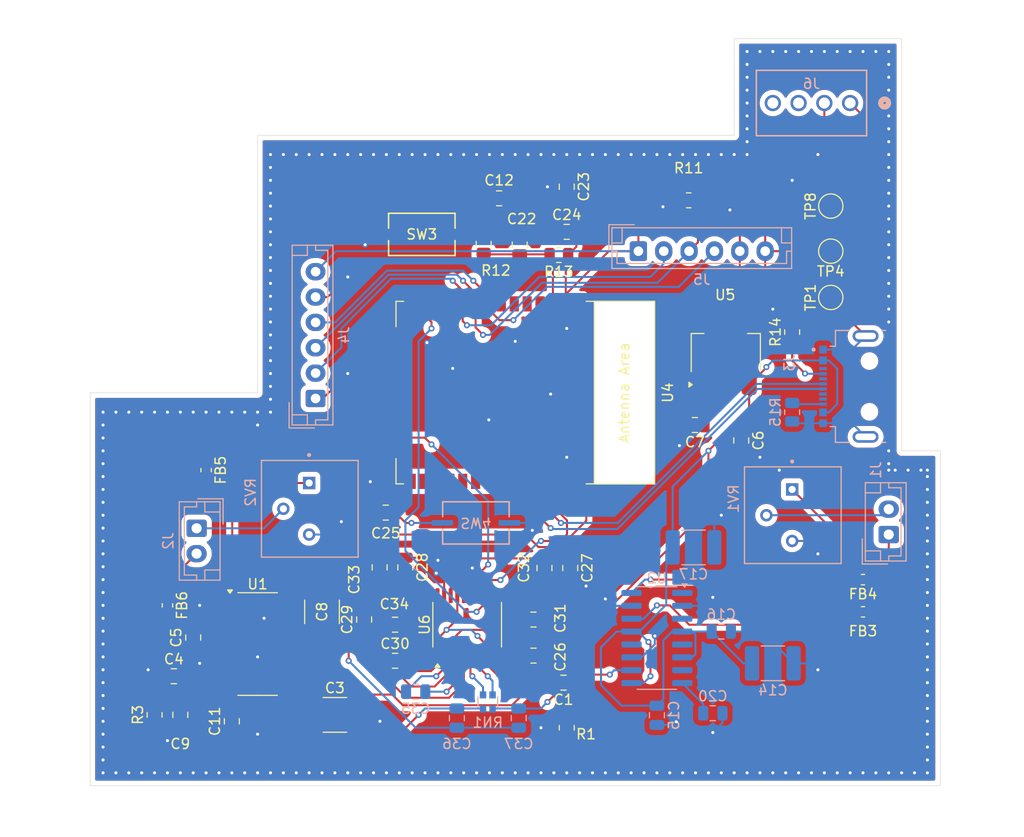
<source format=kicad_pcb>
(kicad_pcb (version 20240108) (generator "pcbnew") (generator_version "8.0")
  (layers (0 "F.Cu" signal) (31 "B.Cu" signal) (34 "B.Paste" user) (35 "F.Paste" user) (36 "B.SilkS" user "B.Silkscreen") (37 "F.SilkS" user "F.Silkscreen") (38 "B.Mask" user) (39 "F.Mask" user) (44 "Edge.Cuts" user))
  (net 0 "")
  (net 1 "GND")
  (net 2 "/inR")
  (net 3 "+3.3V")
  (net 4 "Net-(U2-INR)")
  (net 5 "/inL")
  (net 6 "+5V")
  (net 7 "/bckIn")
  (net 8 "/sdIn")
  (net 9 "/wsIn")
  (net 10 "/wsOut")
  (net 11 "/bckOut")
  (net 12 "Net-(U2-VREF)")
  (net 13 "Net-(J1-Pin_1)")
  (net 14 "Net-(J1-Pin_2)")
  (net 15 "Net-(U2--OUT_R)")
  (net 16 "Net-(U2-+OUT_R)")
  (net 17 "/sdOut")
  (net 37 "Net-(U1-INL)")
  (net 38 "Net-(U1-VREF)")
  (net 39 "Net-(FB4-Pad1)")
  (net 40 "Net-(U1-+OUT_L)")
  (net 41 "Net-(FB5-Pad1)")
  (net 42 "Net-(U1--OUT_L)")
  (net 43 "Net-(J2-Pin_2)")
  (net 44 "Net-(J2-Pin_1)")
  (net 53 "Net-(C12-Pad2)")
  (net 54 "Net-(U4-EN{slash}CHIP_PU)")
  (net 55 "Net-(U4-GPIO0{slash}BOOT{slash}ADC2_CH1)")
  (net 56 "GNDA")
  (net 57 "+3.3VA")
  (net 58 "/ldo")
  (net 59 "/vneg")
  (net 60 "Net-(U6-CAPM)")
  (net 61 "Net-(U6-CAPP)")
  (net 63 "/d2+")
  (net 64 "/d2-")
  (net 65 "/cc22")
  (net 67 "/cc21")
  (net 70 "Net-(RN1-R1.2)")
  (net 71 "Net-(RN1-R2.2)")
  (footprint "Espressif:ESP32-WROOM-32E" (layer "F.Cu") (at 164.98 99.036 -90)
    (property "Reference" "U4")
    (property "Value" "ESP32-WROOM-E")
  )
  (footprint "Capacitor_SMD:C_0805_2012Metric" (layer "F.Cu") (at 188.022 103.756 -90)
    (property "Reference" "C6")
    (property "Value" "10uF")
  )
  (footprint "Capacitor_SMD:C_0805_2012Metric" (layer "F.Cu") (at 132.715 130.81 -90)
    (property "Reference" "C9")
    (property "Value" "0.1uF")
  )
  (footprint "Package_TO_SOT_SMD:SOT-223-3_TabPin2" (layer "F.Cu") (at 186.498 95.12 90)
    (property "Reference" "U5")
    (property "Value" "AMS1117-3.3")
  )
  (footprint "Inductor_SMD:L_0603_1608Metric" (layer "F.Cu") (at 200.025 117.475 180)
    (property "Reference" "FB4")
    (property "Value" "FerriteBead")
  )
  (footprint "Capacitor_SMD:C_0805_2012Metric" (layer "F.Cu") (at 164.146 79.88 180)
    (property "Reference" "C12")
    (property "Value" "0.1uF")
  )
  (footprint "Capacitor_SMD:C_0805_2012Metric" (layer "F.Cu") (at 133.985 123.19 90)
    (property "Reference" "C5")
    (property "Value" "1uF")
  )
  (footprint "Resistor_SMD:R_0805_2012Metric" (layer "F.Cu") (at 130.175 130.81 90)
    (property "Reference" "R3")
    (property "Value" "10k")
  )
  (footprint "Switch:SW2_PTS636 SM25F SMTR LFS_CNK" (layer "F.Cu") (at 156.526 83.436)
    (property "Reference" "SW3")
    (property "Value" "SW_Push")
  )
  (footprint "Package_SO:TSSOP-20_4.4x6.5mm_P0.65mm" (layer "F.Cu") (at 160.9985 121.92 90)
    (property "Reference" "U6")
    (property "Value" "PCM5102A")
  )
  (footprint "Capacitor_SMD:C_0805_2012Metric" (layer "F.Cu") (at 152.3625 116.266 90)
    (property "Reference" "C33")
    (property "Value" "10uF")
  )
  (footprint "Inductor_SMD:L_0603_1608Metric" (layer "F.Cu") (at 131.445 120.015 -90)
    (property "Reference" "FB6")
    (property "Value" "FerriteBead")
  )
  (footprint "Capacitor_SMD:C_0805_2012Metric" (layer "F.Cu") (at 167.5365 121.412 180)
    (property "Reference" "C31")
    (property "Value" "10uF")
  )
  (footprint "Capacitor_SMD:C_1812_4532Metric" (layer "F.Cu") (at 147.955 130.81)
    (property "Reference" "C3")
    (property "Value" "20uF")
  )
  (footprint "Resistor_SMD:R_0805_2012Metric" (layer "F.Cu") (at 170.036 85.468 180)
    (property "Reference" "R13")
    (property "Value" "10k")
  )
  (footprint "Capacitor_SMD:C_0805_2012Metric" (layer "F.Cu") (at 154.9025 116.266 -90)
    (property "Reference" "C28")
    (property "Value" "0.1uF")
  )
  (footprint "Resistor_SMD:R_0805_2012Metric" (layer "F.Cu") (at 182.84 80.077 180)
    (property "Reference" "R11")
    (property "Value" "100k")
  )
  (footprint "Capacitor_SMD:C_1812_4532Metric" (layer "F.Cu") (at 146.685 120.65 90)
    (property "Reference" "C8")
    (property "Value" "20uF")
  )
  (footprint "Resistor_SMD:R_0805_2012Metric" (layer "F.Cu") (at 162.622 84.3485 90)
    (property "Reference" "R12")
    (property "Value" "0")
  )
  (footprint "Resistor_SMD:R_0805_2012Metric" (layer "F.Cu") (at 193.04 93.0675 90)
    (property "Reference" "R14")
    (property "Value" "5.1k")
  )
  (footprint "Capacitor_SMD:C_0805_2012Metric" (layer "F.Cu") (at 132.08 127)
    (property "Reference" "C4")
    (property "Value" "1uF")
  )
  (footprint "TestPoint:TestPoint_Pad_D2.0mm" (layer "F.Cu") (at 196.85 85.09 180)
    (property "Reference" "TP4")
    (property "Value" "TestPoint")
  )
  (footprint "Capacitor_SMD:C_0805_2012Metric" (layer "F.Cu") (at 137.795 131.445 90)
    (property "Reference" "C11")
    (property "Value" "1uF")
  )
  (footprint "Capacitor_SMD:C_0805_2012Metric" (layer "F.Cu") (at 152.97 110.868 180)
    (property "Reference" "C25")
    (property "Value" "0.1uF")
  )
  (footprint "Capacitor_SMD:C_0805_2012Metric" (layer "F.Cu") (at 150.8385 121.412 90)
    (property "Reference" "C29")
    (property "Value" "2.2uF")
  )
  (footprint "Capacitor_SMD:C_0805_2012Metric" (layer "F.Cu") (at 167.5365 124.968)
    (property "Reference" "C26")
    (property "Value" "0.1uF")
  )
  (footprint "Capacitor_SMD:C_0805_2012Metric" (layer "F.Cu") (at 153.8865 121.92 180)
    (property "Reference" "C34")
    (property "Value" "10uF")
  )
  (footprint "Inductor_SMD:L_0603_1608Metric" (layer "F.Cu") (at 200.025 120.65)
    (property "Reference" "FB3")
    (property "Value" "FerriteBead")
  )
  (footprint "Capacitor_SMD:C_0805_2012Metric" (layer "F.Cu") (at 171.1585 116.332 -90)
    (property "Reference" "C27")
    (property "Value" "0.1uF")
  )
  (footprint "Package_SO:SOP-16_3.9x9.9mm_P1.27mm" (layer "F.Cu") (at 140.335 123.825)
    (property "Reference" "U1")
    (property "Value" "PAM8406D")
  )
  (footprint "Capacitor_SMD:C_0805_2012Metric" (layer "F.Cu") (at 153.8865 125.476)
    (property "Reference" "C30")
    (property "Value" "0.1uF")
  )
  (footprint "TestPoint:TestPoint_Pad_D2.0mm" (layer "F.Cu") (at 196.85 89.655 90)
    (property "Reference" "TP1")
    (property "Value" "TestPoint")
  )
  (footprint "Resistor_SMD:R_0805_2012Metric" (layer "F.Cu") (at 170.815 132.08 90)
    (property "Reference" "R1")
    (property "Value" "10k")
  )
  (footprint "Capacitor_SMD:C_0805_2012Metric" (layer "F.Cu") (at 170.495 127.635 180)
    (property "Reference" "C1")
    (property "Value" "0.1uF")
  )
  (footprint "TestPoint:TestPoint_Pad_D2.0mm" (layer "F.Cu") (at 196.85 80.645 90)
    (property "Reference" "TP8")
    (property "Value" "TestPoint")
  )
  (footprint "Capacitor_SMD:C_0805_2012Metric" (layer "F.Cu") (at 183.45 102.232 180)
    (property "Reference" "C7")
    (property "Value" "22uF")
  )
  (footprint "Capacitor_SMD:C_0805_2012Metric" (layer "F.Cu") (at 166.178 84.452 90)
    (property "Reference" "C22")
    (property "Value" "0.1uF")
  )
  (footprint "Capacitor_SMD:C_0805_2012Metric" (layer "F.Cu") (at 170.815 83.185)
    (property "Reference" "C24")
    (property "Value" "0.1uF")
  )
  (footprint "Inductor_SMD:L_0603_1608Metric" (layer "F.Cu") (at 135.255 106.68 -90)
    (property "Reference" "FB5")
    (property "Value" "FerriteBead")
  )
  (footprint "Capacitor_SMD:C_0805_2012Metric" (layer "F.Cu") (at 168.6185 116.332 -90)
    (property "Reference" "C32")
    (property "Value" "10uF")
  )
  (footprint "Capacitor_SMD:C_0805_2012Metric" (layer "F.Cu") (at 170.815 78.74 -90)
    (property "Reference" "C23")
    (property "Value" "22uF")
  )
  (footprint "Capacitor_SMD:C_0805_2012Metric" (layer "B.Cu") (at 186.055 122.597499 180)
    (property "Reference" "C16")
    (property "Value" "1uF")
  )
  (footprint "Capacitor_SMD:C_0805_2012Metric" (layer "B.Cu") (at 159.9825 131.13 90)
    (property "Reference" "C36")
    (property "Value" "2.2nF")
  )
  (footprint "Switch:SW2_PTS636 SM25F SMTR LFS_CNK" (layer "B.Cu") (at 161.8587 111.884)
    (property "Reference" "SW4")
    (property "Value" "SW_Push")
  )
  (footprint "Resistor_SMD:R_Array_Convex_2x0606" (layer "B.Cu") (at 163.0305 129.54 90)
    (property "Reference" "RN1")
    (property "Value" "470")
  )
  (footprint "3310P_025_103L:POT_3310P-025-103L" (layer "B.Cu") (at 145.415 110.49 -90)
    (property "Reference" "RV2")
    (property "Value" "10k")
  )
  (footprint "Capacitor_SMD:C_0805_2012Metric" (layer "B.Cu") (at 166.0785 131.13 -90)
    (property "Reference" "C37")
    (property "Value" "2.2nF")
  )
  (footprint "Capacitor_SMD:C_0805_2012Metric" (layer "B.Cu") (at 185.2175 130.65 180)
    (property "Reference" "C20")
    (property "Value" "1uF")
  )
  (footprint "Connector_JST:JST_EH_B2B-EH-A_1x02_P2.50mm_Vertical" (layer "B.Cu") (at 202.565 113.03 90)
    (property "Reference" "J1")
    (property "Value" "Conn_01x02_Socket")
  )
  (footprint "Capacitor_SMD:C_0805_2012Metric" (layer "B.Cu") (at 179.705 130.852499 90)
    (property "Reference" "C15")
    (property "Value" "1uF")
  )
  (footprint "Connector_JST:JST_EH_B2B-EH-A_1x02_P2.50mm_Vertical" (layer "B.Cu") (at 134.32 112.415 -90)
    (property "Reference" "J2")
    (property "Value" "Conn_01x02_Socket")
  )
  (footprint "Package_SO:SOP-16_3.9x9.9mm_P1.27mm" (layer "B.Cu") (at 179.705 123.232499 180)
    (property "Reference" "U2")
    (property "Value" "PAM8406D")
  )
  (footprint "ScrewTerminal:CONN_1725672_PXC" (layer "B.Cu") (at 198.755 70.485 180)
    (property "Reference" "J6")
    (property "Value" "Screw_Terminal_01x02")
  )
  (footprint "3310P_025_103L:POT_3310P-025-103L" (layer "B.Cu") (at 193.04 111.125 -90)
    (property "Reference" "RV1")
    (property "Value" "10k")
  )
  (footprint "Capacitor_SMD:C_1812_4532Metric" (layer "B.Cu") (at 191.135 125.73)
    (property "Reference" "C14")
    (property "Value" "20uF")
  )
  (footprint "Resistor_SMD:R_0805_2012Metric" (layer "B.Cu") (at 193.04 100.965 -90)
    (property "Reference" "R15")
    (property "Value" "5.1k")
  )
  (footprint "Capacitor_SMD:C_0805_2012Metric" (layer "B.Cu") (at 155.9185 128.524)
    (property "Reference" "C35")
    (property "Value" "2.2uF")
  )
  (footprint "Connector_JST:JST_EH_B6B-EH-A_1x06_P2.50mm_Vertical" (layer "B.Cu") (at 146.05 99.615 90)
    (property "Reference" "J4")
    (property "Value" "Conn_01x06_Socket")
  )
  (footprint "Capacitor_SMD:C_1812_4532Metric" (layer "B.Cu") (at 183.3125 114.3)
    (property "Reference" "C17")
    (property "Value" "20uF")
  )
  (footprint "217B_CA04 (1):ATTEND_217B-CA04" (layer "B.Cu") (at 200.66 98.425 -90)
    (property "Reference" "J3")
    (property "Value" "217B-CA04")
  )
  (footprint "Connector_JST:JST_EH_B6B-EH-A_1x06_P2.50mm_Vertical" (layer "B.Cu") (at 177.88 85.09)
    (property "Reference" "J5")
    (property "Value" "Conn_01x06_Socket")
  )
  (gr_poly (pts (xy 203.835 64.135) (xy 187.325 64.135) (xy 187.325 73.66) (xy 140.335 73.66) (xy 140.335 99.06) (xy 123.825 99.06) (xy 123.825 137.795) (xy 207.645 137.795) (xy 207.645 104.775) (xy 203.835 104.775)) (stroke (width 0.05)) (fill none) (layer "Edge.Cuts"))
  (segment (start 168.6185 117.282) (end 165.699 117.282) (width 0.2) (layer "F.Cu") (net 1))
  (segment (start 187.88 85.09) (end 187.88 87.71) (width 0.2) (layer "F.Cu") (net 1))
  (segment (start 170.815 77.79) (end 169.86 77.79) (width 0.2) (layer "F.Cu") (net 1))
  (segment (start 162.87 97.536) (end 160.466 97.536) (width 0.2) (layer "F.Cu") (net 1))
  (segment (start 141.5975 105.6175) (end 141.645 105.57) (width 0.2) (layer "F.Cu") (net 1))
  (segment (start 166.178 83.502) (end 166.178 82.928) (width 0.2) (layer "F.Cu") (net 1))
  (segment (start 135.255 120.65) (end 134.62 120.015) (width 0.2) (layer "F.Cu") (net 1))
  (segment (start 130.175 127) (end 129.54 126.365) (width 0.2) (layer "F.Cu") (net 1))
  (segment (start 165.67 97.536) (end 167.578 97.536) (width 0.2) (layer "F.Cu") (net 1))
  (segment (start 158.7235 117.613) (end 157.9505 116.84) (width 0.2) (layer "F.Cu") (net 1))
  (segment (start 165.699 117.282) (end 163.9235 119.0575) (width 0.2) (layer "F.Cu") (net 1))
  (segment (start 167.578 97.536) (end 169.226 99.184) (width 0.2) (layer "F.Cu") (net 1))
  (segment (start 137.795 132.395) (end 140.015 132.395) (width 0.2) (layer "F.Cu") (net 1))
  (segment (start 164.27 97.536) (end 165.67 97.536) (width 0.2) (layer "F.Cu") (net 1))
  (segment (start 182.5 99.968) (end 182.5 102.232) (width 0.2) (layer "F.Cu") (net 1))
  (segment (start 140.97 121.285) (end 141.605 120.65) (width 0.2) (layer "F.Cu") (net 1))
  (segment (start 146.05 89.615) (end 147.24 89.615) (width 0.2) (layer "F.Cu") (net 1))
  (segment (start 150.005 130.81) (end 151.765 130.81) (width 0.2) (layer "F.Cu") (net 1))
  (segment (start 187.88 87.71) (end 186.69 88.9) (width 0.2) (layer "F.Cu") (net 1))
  (segment (start 194.31 78.105) (end 193.04 78.105) (width 0.2) (layer "F.Cu") (net 1))
  (segment (start 152.3625 115.316) (end 154.9025 115.316) (width 0.2) (layer "F.Cu") (net 1))
  (segment (start 171.99 107.786) (end 171.99 106.585) (width 0.2) (layer "F.Cu") (net 1))
  (segment (start 196.215 74.93) (end 195.58 75.565) (width 0.2) (layer "F.Cu") (net 1))
  (segment (start 188.022 104.706) (end 189.161 104.706) (width 0.2) (layer "F.Cu") (net 1))
  (segment (start 140.985 102.885) (end 140.335 102.235) (width 0.2) (layer "F.Cu") (net 1))
  (segment (start 157.861 115.316) (end 158.115 115.57) (width 0.2) (layer "F.Cu") (net 1))
  (segment (start 151.954 83.436) (end 150.938 84.452) (width 0.2) (layer "F.Cu") (net 1))
  (segment (start 192.485 92.155) (end 191.135 90.805) (width 0.2) (layer "F.Cu") (net 1))
  (segment (start 160.466 97.536) (end 159.574 96.644) (width 0.2) (layer "F.Cu") (net 1))
  (segment (start 154.23 93.316) (end 156.246 93.316) (width 0.2) (layer "F.Cu") (net 1))
  (segment (start 180.935 80.077) (end 180.3 80.712) (width 0.2) (layer "F.Cu") (net 1))
  (segment (start 156.246 93.316) (end 157.034 94.104) (width 0.2) (layer "F.Cu") (net 1))
  (segment (start 130.175 132.08) (end 131.445 133.35) (width 0.2) (layer "F.Cu") (net 1))
  (segment (start 147.24 89.615) (end 149.225 87.63) (width 0.2) (layer "F.Cu") (net 1))
  (segment (start 166.178 82.928) (end 165.096 81.846) (width 0.2) (layer "F.Cu") (net 1))
  (segment (start 141.605 120.65) (end 142.835 120.65) (width 0.2) (layer "F.Cu") (net 1))
  (segment (start 164.27 98.936) (end 164.27 100.584) (width 0.2) (layer "F.Cu") (net 1))
  (segment (start 130.175 131.7225) (end 130.175 132.08) (width 0.2) (layer "F.Cu") (net 1))
  (segment (start 171.99 106.585) (end 170.815 105.41) (width 0.2) (layer "F.Cu") (net 1))
  (segment (start 193.04 92.155) (end 192.485 92.155) (width 0.2) (layer "F.Cu") (net 1))
  (segment (start 164.27 97.536) (end 164.27 96.136) (width 0.2) (layer "F.Cu") (net 1))
  (segment (start 131.13 127) (end 130.175 127) (width 0.2) (layer "F.Cu") (net 1))
  (segment (start 164.27 98.936) (end 164.27 97.536) (width 0.2) (layer "F.Cu") (net 1))
  (segment (start 140.985 105.49) (end 140.985 102.885) (width 0.2) (layer "F.Cu") (net 1))
  (segment (start 193.04 92.155) (end 198.98 92.155) (width 0.2) (layer "F.Cu") (net 1))
  (segment (start 146.765 99.615) (end 149.225 97.155) (width 0.2) (layer "F.Cu") (net 1))
  (segment (start 164.27 98.936) (end 165.67 98.936) (width 0.2) (layer "F.Cu") (net 1))
  (segment (start 181.926 104.264) (end 182.5 103.69) (width 0.2) (layer "F.Cu") (net 1))
  (segment (start 196.215 70.485) (end 196.215 74.93) (width 0.2) (layer "F.Cu") (net 1))
  (segment (start 165.67 96.136) (end 164.27 96.136) (width 0.2) (layer "F.Cu") (net 1))
  (segment (start 171.892 117.282) (end 172.72 118.11) (width 0.2) (layer "F.Cu") (net 1))
  (segment (start 169.548 83.502) (end 169.865 83.185) (width 0.2) (layer "F.Cu") (net 1))
  (segment (start 163.9235 119.0575) (end 163.2735 119.0575) (width 0.2) (layer "F.Cu") (net 1))
  (segment (start 171.99 91.535) (end 170.815 92.71) (width 0.2) (layer "F.Cu") (net 1))
  (segment (start 160.6735 117.165) (end 161.5065 116.332) (width 0.2) (layer "F.Cu") (net 1))
  (segment (start 158.7235 119.0575) (end 158.7235 117.613) (width 0.2) (layer "F.Cu") (net 1))
  (segment (start 164.27 100.584) (end 163.13 101.724) (width 0.2) (layer "F.Cu") (net 1))
  (segment (start 133.985 124.14) (end 133.985 125.095) (width 0.2) (layer "F.Cu") (net 1))
  (segment (start 166.178 83.502) (end 169.548 83.502) (width 0.2) (layer "F.Cu") (net 1))
  (segment (start 133.985 125.095) (end 134.62 125.73) (width 0.2) (layer "F.Cu") (net 1))
  (segment (start 154.9025 115.316) (end 157.861 115.316) (width 0.2) (layer "F.Cu") (net 1))
  (segment (start 181.9275 80.077) (end 180.935 80.077) (width 0.2) (layer "F.Cu") (net 1))
  (segment (start 142.835 125.73) (end 140.97 125.73) (width 0.2) (layer "F.Cu") (net 1))
  (segment (start 184.198 98.27) (end 182.5 99.968) (width 0.2) (layer "F.Cu") (net 1))
  (segment (start 198.98 92.155) (end 200.28 93.455) (width 0.2) (layer "F.Cu") (net 1))
  (segment (start 144.635 120.65) (end 146.685 118.6) (width 0.2) (layer "F.Cu") (net 1))
  (segment (start 140.015 132.395) (end 140.335 132.715) (width 0.2) (layer "F.Cu") (net 1))
  (segment (start 196.85 80.645) (end 194.31 78.105) (width 0.2) (layer "F.Cu") (net 1))
  (segment (start 187.88 82.002) (end 186.904 81.026) (width 0.2) (layer "F.Cu") (net 1))
  (segment (start 164.27 96.136) (end 162.87 96.136) (width 0.2) (layer "F.Cu") (net 1))
  (segment (start 152.02 110.868) (end 152.02 108.394) (width 0.2) (layer "F.Cu") (net 1))
  (segment (start 140.97 125.73) (end 140.335 125.095) (width 0.2) (layer "F.Cu") (net 1))
  (segment (start 169.1875 132.9925) (end 168.275 132.08) (width 0.2) (layer "F.Cu") (net 1))
  (segment (start 182.5 103.69) (end 182.5 102.232) (width 0.2) (layer "F.Cu") (net 1))
  (segment (start 151.765 130.81) (end 152.4 131.445) (width 0.2) (layer "F.Cu") (net 1))
  (segment (start 184.532 98.604) (end 184.198 98.27) (width 0.2) (layer "F.Cu") (net 1))
  (segment (start 142.835 120.65) (end 144.635 120.65) (width 0.2) (layer "F.Cu") (net 1))
  (segment (start 169.86 77.79) (end 168.91 78.74) (width 0.2) (layer "F.Cu") (net 1))
  (segment (start 170.815 132.9925) (end 169.1875 132.9925) (width 0.2) (layer "F.Cu") (net 1))
  (segment (start 171.99 90.286) (end 171.99 91.535) (width 0.2) (layer "F.Cu") (net 1))
  (segment (start 163.9235 124.7825) (end 163.9235 119.0575) (width 0.2) (layer "F.Cu") (net 1))
  (segment (start 137.835 120.65) (end 135.255 120.65) (width 0.2) (layer "F.Cu") (net 1))
  (segment (start 189.161 104.706) (end 189.865 105.41) (width 0.2) (layer "F.Cu") (net 1))
  (segment (start 164.27 95.445) (end 164.27 96.136) (width 0.2) (layer "F.Cu") (net 1))
  (segment (start 171.1585 117.282) (end 168.6185 117.282) (width 0.2) (layer "F.Cu") (net 1))
  (segment (start 160.6735 119.0575) (end 160.6735 117.165) (width 0.2) (layer "F.Cu") (net 1))
  (segment (start 153.2253 83.436) (end 151.954 83.436) (width 0.2) (layer "F.Cu") (net 1))
  (segment (start 165.735 93.98) (end 164.27 95.445) (width 0.2) (layer "F.Cu") (net 1))
  (segment (start 165.096 81.846) (end 165.096 79.88) (width 0.2) (layer "F.Cu") (net 1))
  (segment (start 187.88 85.09) (end 187.88 82.002) (width 0.2) (layer "F.Cu") (net 1))
  (segment (start 171.1585 117.282) (end 171.892 117.282) (width 0.2) (layer "F.Cu") (net 1))
  (segment (start 152.02 108.394) (end 151.446 107.82) (width 0.2) (layer "F.Cu") (net 1))
  (segment (start 162.87 98.936) (end 164.27 98.936) (width 0.2) (layer "F.Cu") (net 1))
  (segment (start 164.27 97.536) (end 162.87 97.536) (width 0.2) (layer "F.Cu") (net 1))
  (segment (start 146.05 99.615) (end 146.765 99.615) (width 0.2) (layer "F.Cu") (net 1))
  (via (at 139.065 100.965) (size 0.6) (drill 0.3) (layers "F.Cu" "B.Cu") (net 1))
  (via (at 193.675 65.405) (size 0.6) (drill 0.3) (layers "F.Cu" "B.Cu") (net 1))
  (via (at 179.705 136.525) (size 0.6) (drill 0.3) (layers "F.Cu" "B.Cu") (net 1))
  (via (at 141.605 136.525) (size 0.6) (drill 0.3) (layers "F.Cu" "B.Cu") (net 1))
  (via (at 170.815 92.71) (size 0.6) (drill 0.3) (layers "F.Cu" "B.Cu") (net 1))
  (via (at 141.605 92.075) (size 0.6) (drill 0.3) (layers "F.Cu" "B.Cu") (net 1))
  (via (at 133.985 136.525) (size 0.6) (drill 0.3) (layers "F.Cu" "B.Cu") (net 1))
  (via (at 128.905 100.965) (size 0.6) (drill 0.3) (layers "F.Cu" "B.Cu") (net 1))
  (via (at 188.595 69.215) (size 0.6) (drill 0.3) (layers "F.Cu" "B.Cu") (net 1))
  (via (at 140.335 102.235) (size 0.6) (drill 0.3) (layers "F.Cu" "B.Cu") (net 1))
  (via (at 125.095 112.395) (size 0.6) (drill 0.3) (layers "F.Cu" "B.Cu") (net 1))
  (via (at 202.565 75.565) (size 0.6) (drill 0.3) (layers "F.Cu" "B.Cu") (net 1))
  (via (at 125.095 131.445) (size 0.6) (drill 0.3) (layers "F.Cu" "B.Cu") (net 1))
  (via (at 125.095 100.965) (size 0.6) (drill 0.3) (layers "F.Cu" "B.Cu") (net 1))
  (via (at 136.525 136.525) (size 0.6) (drill 0.3) (layers "F.Cu" "B.Cu") (net 1))
  (via (at 125.095 122.555) (size 0.6) (drill 0.3) (layers "F.Cu" "B.Cu") (net 1))
  (via (at 170.815 75.565) (size 0.6) (drill 0.3) (layers "F.Cu" "B.Cu") (net 1))
  (via (at 154.305 75.565) (size 0.6) (drill 0.3) (layers "F.Cu" "B.Cu") (net 1))
  (via (at 197.485 136.525) (size 0.6) (drill 0.3) (layers "F.Cu" "B.Cu") (net 1))
  (via (at 202.565 74.295) (size 0.6) (drill 0.3) (layers "F.Cu" "B.Cu") (net 1))
  (via (at 188.595 66.675) (size 0.6) (drill 0.3) (layers "F.Cu" "B.Cu") (net 1))
  (via (at 182.245 75.565) (size 0.6) (drill 0.3) (layers "F.Cu" "B.Cu") (net 1))
  (via (at 140.335 125.095) (size 0.6) (drill 0.3) (layers "F.Cu" "B.Cu") (net 1))
  (via (at 179.705 75.565) (size 0.6) (drill 0.3) (layers "F.Cu" "B.Cu") (net 1))
  (via (at 188.595 73.025) (size 0.6) (drill 0.3) (layers "F.Cu" "B.Cu") (net 1))
  (via (at 141.605 78.105) (size 0.6) (drill 0.3) (layers "F.Cu" "B.Cu") (net 1))
  (via (at 202.565 86.995) (size 0.6) (drill 0.3) (layers "F.Cu" "B.Cu") (net 1))
  (via (at 167.4185 112.6165) (size 0.6) (drill 0.3) (layers "F.Cu" "B.Cu") (net 1))
  (via (at 206.375 117.475) (size 0.6) (drill 0.3) (layers "F.Cu" "B.Cu") (net 1))
  (via (at 125.095 120.015) (size 0.6) (drill 0.3) (layers "F.Cu" "B.Cu") (net 1))
  (via (at 172.085 136.525) (size 0.6) (drill 0.3) (layers "F.Cu" "B.Cu") (net 1))
  (via (at 194.945 136.525) (size 0.6) (drill 0.3) (layers "F.Cu" "B.Cu") (net 1))
  (via (at 141.605 93.345) (size 0.6) (drill 0.3) (layers "F.Cu" "B.Cu") (net 1))
  (via (at 182.245 136.525) (size 0.6) (drill 0.3) (layers "F.Cu" "B.Cu") (net 1))
  (via (at 142.875 136.525) (size 0.6) (drill 0.3) (layers "F.Cu" "B.Cu") (net 1))
  (via (at 158.115 75.565) (size 0.6) (drill 0.3) (layers "F.Cu" "B.Cu") (net 1))
  (via (at 198.755 136.525) (size 0.6) (drill 0.3) (layers "F.Cu" "B.Cu") (net 1))
  (via (at 206.375 109.855) (size 0.6) (drill 0.3) (layers "F.Cu" "B.Cu") (net 1))
  (via (at 125.095 130.175) (size 0.6) (drill 0.3) (layers "F.Cu" "B.Cu") (net 1))
  (via (at 131.445 100.965) (size 0.6) (drill 0.3) (layers "F.Cu" "B.Cu") (net 1))
  (via (at 169.226 99.184) (size 0.6) (drill 0.3) (layers "F.Cu" "B.Cu") (net 1))
  (via (at 159.385 136.525) (size 0.6) (drill 0.3) (layers "F.Cu" "B.Cu") (net 1))
  (via (at 165.735 93.98) (size 0.6) (drill 0.3) (layers "F.Cu" "B.Cu") (net 1))
  (via (at 201.295 136.525) (size 0.6) (drill 0.3) (layers "F.Cu" "B.Cu") (net 1))
  (via (at 197.485 65.405) (size 0.6) (drill 0.3) (layers "F.Cu" "B.Cu") (net 1))
  (via (at 136.525 100.965) (size 0.6) (drill 0.3) (layers "F.Cu" "B.Cu") (net 1))
  (via (at 186.055 75.565) (size 0.6) (drill 0.3) (layers "F.Cu" "B.Cu") (net 1))
  (via (at 206.375 122.555) (size 0.6) (drill 0.3) (layers "F.Cu" "B.Cu") (net 1))
  (via (at 188.595 136.525) (size 0.6) (drill 0.3) (layers "F.Cu" "B.Cu") (net 1))
  (via (at 194.945 65.405) (size 0.6) (drill 0.3) (layers "F.Cu" "B.Cu") (net 1))
  (via (at 160.655 75.565) (size 0.6) (drill 0.3) (layers "F.Cu" "B.Cu") (net 1))
  (via (at 195.58 126.365) (size 0.6) (drill 0.3) (layers "F.Cu" "B.Cu") (net 1))
  (via (at 186.055 136.525) (size 0.6) (drill 0.3) (layers "F.Cu" "B.Cu") (net 1))
  (via (at 188.595 65.405) (size 0.6) (drill 0.3) (layers "F.Cu" "B.Cu") (net 1))
  (via (at 125.095 132.715) (size 0.6) (drill 0.3) (layers "F.Cu" "B.Cu") (net 1))
  (via (at 168.275 132.08) (size 0.6) (drill 0.3) (layers "F.Cu" "B.Cu") (net 1))
  (via (at 175.895 75.565) (size 0.6) (drill 0.3) (layers "F.Cu" "B.Cu") (net 1))
  (via (at 168.275 136.525) (size 0.6) (drill 0.3) (layers "F.Cu" "B.Cu") (net 1))
  (via (at 157.034 94.104) (size 0.6) (drill 0.3) (layers "F.Cu" "B.Cu") (net 1))
  (via (at 202.565 76.835) (size 0.6) (drill 0.3) (layers "F.Cu" "B.Cu") (net 1))
  (via (at 157.9505 116.84) (size 0.6) (drill 0.3) (layers "F.Cu" "B.Cu") (net 1))
  (via (at 146.685 75.565) (size 0.6) (drill 0.3) (layers "F.Cu" "B.Cu") (net 1))
  (via (at 183.515 75.565) (size 0.6) (drill 0.3) (layers "F.Cu" "B.Cu") (net 1))
  (via (at 202.565 69.215) (size 0.6) (drill 0.3) (layers "F.Cu" "B.Cu") (net 1))
  (via (at 203.2 106.68) (size 0.6) (drill 0.3) (layers "F.Cu" "B.Cu") (net 1))
  (via (at 202.565 136.525) (size 0.6) (drill 0.3) (layers "F.Cu" "B.Cu") (net 1))
  (via (at 135.255 136.525) (size 0.6) (drill 0.3) (layers "F.Cu" "B.Cu") (net 1))
  (via (at 200.025 65.405) (size 0.6) (drill 0.3) (layers "F.Cu" "B.Cu") (net 1))
  (via (at 165.735 136.525) (size 0.6) (drill 0.3) (layers "F.Cu" "B.Cu") (net 1))
  (via (at 153.035 75.565) (size 0.6) (drill 0.3) (layers "F.Cu" "B.Cu") (net 1))
  (via (at 202.565 106.68) (size 0.6) (drill 0.3) (layers "F.Cu" "B.Cu") (net 1))
  (via (at 125.095 135.255) (size 0.6) (drill 0.3) (layers "F.Cu" "B.Cu") (net 1))
  (via (at 188.595 71.755) (size 0.6) (drill 0.3) (layers "F.Cu" "B.Cu") (net 1))
  (via (at 125.095 108.585) (size 0.6) (drill 0.3) (layers "F.Cu" "B.Cu") (net 1))
  (via (at 135.255 100.965) (size 0.6) (drill 0.3) (layers "F.Cu" "B.Cu") (net 1))
  (via (at 206.375 126.365) (size 0.6) (drill 0.3) (layers "F.Cu" "B.Cu") (net 1))
  (via (at 195.58 114.935) (size 0.6) (drill 0.3) (layers "F.Cu" "B.Cu") (net 1))
  (via (at 188.595 75.565) (size 0.6) (drill 0.3) (layers "F.Cu" "B.Cu") (net 1))
  (via (at 183.515 136.525) (size 0.6) (drill 0.3) (layers "F.Cu" "B.Cu") (net 1))
  (via (at 144.145 136.525) (size 0.6) (drill 0.3) (layers "F.Cu" "B.Cu") (net 1))
  (via (at 167.005 75.565) (size 0.6) (drill 0.3) (layers "F.Cu" "B.Cu") (net 1))
  (via (at 202.565 104.775) (size 0.6) (drill 0.3) (layers "F.Cu" "B.Cu") (net 1))
  (via (at 206.375 106.68) (size 0.6) (drill 0.3) (layers "F.Cu" "B.Cu") (net 1))
  (via (at 149.225 97.155) (size 0.6) (drill 0.3) (layers "F.Cu" "B.Cu") (net 1))
  (via (at 204.47 106.68) (size 0.6) (drill 0.3) (layers "F.Cu" "B.Cu") (net 1))
  (via (at 155.575 136.525) (size 0.6) (drill 0.3) (layers "F.Cu" "B.Cu") (net 1))
  (via (at 141.605 84.455) (size 0.6) (drill 0.3) (layers "F.Cu" "B.Cu") (net 1))
  (via (at 206.375 132.715) (size 0.6) (drill 0.3) (layers "F.Cu" "B.Cu") (net 1))
  (via (at 169.545 75.565) (size 0.6) (drill 0.3) (layers "F.Cu" "B.Cu") (net 1))
  (via (at 174.625 136.525) (size 0.6) (drill 0.3) (layers "F.Cu" "B.Cu") (net 1))
  (via (at 151.765 136.525) (size 0.6) (drill 0.3) (layers "F.Cu" "B.Cu") (net 1))
  (via (at 141.605 81.915) (size 0.6) (drill 0.3) (layers "F.Cu" "B.Cu") (net 1))
  (via (at 126.365 100.965) (size 0.6) (drill 0.3) (layers "F.Cu" "B.Cu") (net 1))
  (via (at 145.415 75.565) (size 0.6) (drill 0.3) (layers "F.Cu" "B.Cu") (net 1))
  (via (at 202.565 67.945) (size 0.6) (drill 0.3) (layers "F.Cu" "B.Cu") (net 1))
  (via (at 206.375 131.445) (size 0.6) (drill 0.3) (layers "F.Cu" "B.Cu") (net 1))
  (via (at 125.095 126.365) (size 0.6) (drill 0.3) (layers "F.Cu" "B.Cu") (net 1))
  (via (at 163.195 136.525) (size 0.6) (drill 0.3) (layers "F.Cu" "B.Cu") (net 1))
  (via (at 141.605 76.835) (size 0.6) (drill 0.3) (layers "F.Cu" "B.Cu") (net 1))
  (via (at 153.035 136.525) (size 0.6) (drill 0.3) (layers "F.Cu" "B.Cu") (net 1))
  (via (at 206.375 128.905) (size 0.6) (drill 0.3) (layers "F.Cu" "B.Cu") (net 1))
  (via (at 140.335 132.715) (size 0.6) (drill 0.3) (layers "F.Cu" "B.Cu") (net 1))
  (via (at 125.095 107.315) (size 0.6) (drill 0.3) (layers "F.Cu" "B.Cu") (net 1))
  (via (at 140.335 136.525) (size 0.6) (drill 0.3) (layers "F.Cu" "B.Cu") (net 1))
  (via (at 202.565 83.185) (size 0.6) (drill 0.3) (layers "F.Cu" "B.Cu") (net 1))
  (via (at 181.926 104.264) (size 0.6) (drill 0.3) (layers "F.Cu" "B.Cu") (net 1))
  (via (at 141.605 100.965) (size 0.6) (drill 0.3) (layers "F.Cu" "B.Cu") (net 1))
  (via (at 159.385 75.565) (size 0.6) (drill 0.3) (layers "F.Cu" "B.Cu") (net 1))
  (via (at 151.765 75.565) (size 0.6) (drill 0.3) (layers "F.Cu" "B.Cu") (net 1))
  (via (at 146.685 136.525) (size 0.6) (drill 0.3) (layers "F.Cu" "B.Cu") (net 1))
  (via (at 189.865 136.525) (size 0.6) (drill 0.3) (layers "F.Cu" "B.Cu") (net 1))
  (via (at 131.445 133.35) (size 0.6) (drill 0.3) (layers "F.Cu" "B.Cu") (net 1))
  (via (at 184.785 75.565) (size 0.6) (drill 0.3) (layers "F.Cu" "B.Cu") (net 1))
  (via (at 205.105 136.525) (size 0.6) (drill 0.3) (layers "F.Cu" "B.Cu") (net 1))
  (via (at 206.375 133.985) (size 0.6) (drill 0.3) (layers "F.Cu" "B.Cu") (net 1))
  (via (at 202.565 106.045) (size 0.6) (drill 0.3) (layers "F.Cu" "B.Cu") (net 1))
  (via (at 134.62 120.015) (size 0.6) (drill 0.3) (layers "F.Cu" "B.Cu") (net 1))
  (via (at 184.785 136.525) (size 0.6) (drill 0.3) (layers "F.Cu" "B.Cu") (net 1))
  (via (at 202.565 88.265) (size 0.6) (drill 0.3) (layers "F.Cu" "B.Cu") (net 1))
  (via (at 164.465 136.525) (size 0.6) (drill 0.3) (layers "F.Cu" "B.Cu") (net 1))
  (via (at 172.085 75.565) (size 0.6) (drill 0.3) (layers "F.Cu" "B.Cu") (net 1))
  (via (at 150.495 75.565) (size 0.6) (drill 0.3) (layers "F.Cu" "B.Cu") (net 1))
  (via (at 141.605 75.565) (size 0.6) (drill 0.3) (layers "F.Cu" "B.Cu") (net 1))
  (via (at 193.675 136.525) (size 0.6) (drill 0.3) (layers "F.Cu" "B.Cu") (net 1))
  (via (at 149.225 87.63) (size 0.6) (drill 0.3) (layers "F.Cu" "B.Cu") (net 1))
  (via (at 125.095 117.475) (size 0.6) (drill 0.3) (layers "F.Cu" "B.Cu") (net 1))
  (via (at 185.2175 119.22) (size 0.6) (drill 0.3) (layers "F.Cu" "B.Cu") (net 1))
  (via (at 126.365 136.525) (size 0.6) (drill 0.3) (layers "F.Cu" "B.Cu") (net 1))
  (via (at 175.895 136.525) (size 0.6) (drill 0.3) (layers "F.Cu" "B.Cu") (net 1))
  (via (at 141.605 83.185) (size 0.6) (drill 0.3) (layers "F.Cu" "B.Cu") (net 1))
  (via (at 181.61 131.487499) (size 0.6) (drill 0.3) (layers "F.Cu" "B.Cu") (net 1))
  (via (at 125.095 128.905) (size 0.6) (drill 0.3) (layers "F.Cu" "B.Cu") (net 1))
  (via (at 169.545 136.525) (size 0.6) (drill 0.3) (layers "F.Cu" "B.Cu") (net 1))
  (via (at 205.74 106.68) (size 0.6) (drill 0.3) (layers "F.Cu" "B.Cu") (net 1))
  (via (at 163.195 75.565) (size 0.6) (drill 0.3) (layers "F.Cu" "B.Cu") (net 1))
  (via (at 200.025 136.525) (size 0.6) (drill 0.3) (layers "F.Cu" "B.Cu") (net 1))
  (via (at 202.565 90.805) (size 0.6) (drill 0.3) (layers "F.Cu" "B.Cu") (net 1))
  (via (at 177.165 75.565) (size 0.6) (drill 0.3) (layers "F.Cu" "B.Cu") (net 1))
  (via (at 192.405 136.525) (size 0.6) (drill 0.3) (layers "F.Cu" "B.Cu") (net 1))
  (via (at 186.69 88.9) (size 0.6) (drill 0.3) (layers "F.Cu" "B.Cu") (net 1))
  (via (at 152.4 131.445) (size 0.6) (drill 0.3) (layers "F.Cu" "B.Cu") (net 1))
  (via (at 149.225 136.525) (size 0.6) (drill 0.3) (layers "F.Cu" "B.Cu") (net 1))
  (via (at 206.375 120.015) (size 0.6) (drill 0.3) (layers "F.Cu" "B.Cu") (net 1))
  (via (at 125.095 121.285) (size 0.6) (drill 0.3) (layers "F.Cu" "B.Cu") (net 1))
  (via (at 180.975 75.565) (size 0.6) (drill 0.3) (layers "F.Cu" "B.Cu") (net 1))
  (via (at 172.72 118.11) (size 0.6) (drill 0.3) (layers "F.Cu" "B.Cu") (net 1))
  (via (at 144.145 75.565) (size 0.6) (drill 0.3) (layers "F.Cu" "B.Cu") (net 1))
  (via (at 188.595 67.945) (size 0.6) (drill 0.3) (layers "F.Cu" "B.Cu") (net 1))
  (via (at 132.715 100.965) (size 0.6) (drill 0.3) (layers "F.Cu" "B.Cu") (net 1))
  (via (at 202.565 80.645) (size 0.6) (drill 0.3) (layers "F.Cu" "B.Cu") (net 1))
  (via (at 155.575 75.565) (size 0.6) (drill 0.3) (layers "F.Cu" "B.Cu") (net 1))
  (via (at 147.955 136.525) (size 0.6) (drill 0.3) (layers "F.Cu" "B.Cu") (net 1))
  (via (at 195.58 75.565) (size 0.6) (drill 0.3) (layers "F.Cu" "B.Cu") (net 1))
  (via (at 148.59 111.76) (size 0.6) (drill 0.3) (layers "F.Cu" "B.Cu") (net 1))
  (via (at 161.5065 116.332) (size 0.6) (drill 0.3) (layers "F.Cu" "B.Cu") (net 1))
  (via (at 140.335 100.965) (size 0.6) (drill 0.3) (layers "F.Cu" "B.Cu") (net 1))
  (via (at 159.574 96.644) (size 0.6) (drill 0.3) (layers "F.Cu" "B.Cu") (net 1))
  (via (at 206.375 107.315) (size 0.6) (drill 0.3) (layers "F.Cu" "B.Cu") (net 1))
  (via (at 132.715 136.525) (size 0.6) (drill 0.3) (layers "F.Cu" "B.Cu") (net 1))
  (via (at 201.295 65.405) (size 0.6) (drill 0.3) (layers "F.Cu" "B.Cu") (net 1))
  (via (at 142.875 75.565) (size 0.6) (drill 0.3) (layers "F.Cu" "B.Cu") (net 1))
  (via (at 125.095 106.045) (size 0.6) (drill 0.3) (layers "F.Cu" "B.Cu") (net 1))
  (via (at 191.135 136.525) (size 0.6) (drill 0.3) (layers "F.Cu" "B.Cu") (net 1))
  (via (at 125.095 109.855) (size 0.6) (drill 0.3) (layers "F.Cu" "B.Cu") (net 1))
  (via (at 141.605 89.535) (size 0.6) (drill 0.3) (layers "F.Cu" "B.Cu") (net 1))
  (via (at 141.605 94.615) (size 0.6) (drill 0.3) (layers "F.Cu" "B.Cu") (net 1))
  (via (at 179.5025 123.03) (size 0.6) (drill 0.3) (layers "F.Cu" "B.Cu") (net 1))
  (via (at 202.565 71.755) (size 0.6) (drill 0.3) (layers "F.Cu" "B.Cu") (net 1))
  (via (at 202.565 85.725) (size 0.6) (drill 0.3) (layers "F.Cu" "B.Cu") (net 1))
  (via (at 173.355 136.525) (size 0.6) (drill 0.3) (layers "F.Cu" "B.Cu") (net 1))
  (via (at 154.305 136.525) (size 0.6) (drill 0.3) (layers "F.Cu" "B.Cu") (net 1))
  (via (at 178.435 75.565) (size 0.6) (drill 0.3) (layers "F.Cu" "B.Cu") (net 1))
  (via (at 141.605 90.805) (size 0.6) (drill 0.3) (layers "F.Cu" "B.Cu") (net 1))
  (via (at 178.435 136.525) (size 0.6) (drill 0.3) (layers "F.Cu" "B.Cu") (net 1))
  (via (at 203.835 136.525) (size 0.6) (drill 0.3) (layers "F.Cu" "B.Cu") (net 1))
  (via (at 202.565 79.375) (size 0.6) (drill 0.3) (layers "F.Cu" "B.Cu") (net 1))
  (via (at 141.605 99.695) (size 0.6) (drill 0.3) (layers "F.Cu" "B.Cu") (net 1))
  (via (at 151.446 107.82) (size 0.6) (drill 0.3) (layers "F.Cu" "B.Cu") (net 1))
  (via (at 141.605 85.725) (size 0.6) (drill 0.3) (layers "F.Cu" "B.Cu") (net 1))
  (via (at 147.955 75.565) (size 0.6) (drill 0.3) (layers "F.Cu" "B.Cu") (net 1))
  (via (at 158.115 136.525) (size 0.6) (drill 0.3) (layers "F.Cu" "B.Cu") (net 1))
  (via (at 206.375 123.825) (size 0.6) (drill 0.3) (layers "F.Cu" "B.Cu") (net 1))
  (via (at 206.375 116.205) (size 0.6) (drill 0.3) (layers "F.Cu" "B.Cu") (net 1))
  (via (at 125.095 125.095) (size 0.6) (drill 0.3) (layers "F.Cu" "B.Cu") (net 1))
  (via (at 134.62 125.73) (size 0.6) (drill 0.3) (layers "F.Cu" "B.Cu") (net 1))
  (via (at 127.635 100.965) (size 0.6) (drill 0.3) (layers "F.Cu" "B.Cu") (net 1))
  (via (at 180.3 80.712) (size 0.6) (drill 0.3) (layers "F.Cu" "B.Cu") (net 1))
  (via (at 168.275 75.565) (size 0.6) (drill 0.3) (layers "F.Cu" "B.Cu") (net 1))
  (via (at 141.605 86.995) (size 0.6) (drill 0.3) (layers "F.Cu" "B.Cu") (net 1))
  (via (at 164.465 75.565) (size 0.6) (drill 0.3) (layers "F.Cu" "B.Cu") (net 1))
  (via (at 188.595 70.485) (size 0.6) (drill 0.3) (layers "F.Cu" "B.Cu") (net 1))
  (via (at 206.375 127.635) (size 0.6) (drill 0.3) (layers "F.Cu" "B.Cu") (net 1))
  (via (at 186.904 81.026) (size 0.6) (drill 0.3) (layers "F.Cu" "B.Cu") (net 1))
  (via (at 206.375 121.285) (size 0.6) (drill 0.3) (layers "F.Cu" "B.Cu") (net 1))
  (via (at 193.04 78.105) (size 0.6) (drill 0.3) (layers "F.Cu" "B.Cu") (net 1))
  (via (at 192.405 65.405) (size 0.6) (drill 0.3) (layers "F.Cu" "B.Cu") (net 1))
  (via (at 125.095 123.825) (size 0.6) (drill 0.3) (layers "F.Cu" "B.Cu") (net 1))
  (via (at 141.605 79.375) (size 0.6) (drill 0.3) (layers "F.Cu" "B.Cu") (net 1))
  (via (at 206.375 125.095) (size 0.6) (drill 0.3) (layers "F.Cu" "B.Cu") (net 1))
  (via (at 165.735 75.565) (size 0.6) (drill 0.3) (layers "F.Cu" "B.Cu") (net 1))
  (via (at 202.565 78.105) (size 0.6) (drill 0.3) (layers "F.Cu" "B.Cu") (net 1))
  (via (at 130.175 100.965) (size 0.6) (drill 0.3) (layers "F.Cu" "B.Cu") (net 1))
  (via (at 133.985 100.965) (size 0.6) (drill 0.3) (layers "F.Cu" "B.Cu") (net 1))
  (via (at 196.215 65.405) (size 0.6) (drill 0.3) (layers "F.Cu" "B.Cu") (net 1))
  (via (at 125.095 133.985) (size 0.6) (drill 0.3) (layers "F.Cu" "B.Cu") (net 1))
  (via (at 206.375 118.745) (size 0.6) (drill 0.3) (layers "F.Cu" "B.Cu") (net 1))
  (via (at 163.13 101.724) (size 0.6) (drill 0.3) (layers "F.Cu" "B.Cu") (net 1))
  (via (at 191.135 90.805) (size 0.6) (drill 0.3) (layers "F.Cu" "B.Cu") (net 1))
  (via (at 125.095 114.935) (size 0.6) (drill 0.3) (layers "F.Cu" "B.Cu") (net 1))
  (via (at 137.795 136.525) (size 0.6) (drill 0.3) (layers "F.Cu" "B.Cu") (net 1))
  (via (at 150.495 136.525) (size 0.6) (drill 0.3) (layers "F.Cu" "B.Cu") (net 1))
  (via (at 191.135 65.405) (size 0.6) (drill 0.3) (layers "F.Cu" "B.Cu") (net 1))
  (via (at 177.165 136.525) (size 0.6) (drill 0.3) (layers "F.Cu" "B.Cu") (net 1))
  (via (at 161.925 136.525) (size 0.6) (drill 0.3) (layers "F.Cu" "B.Cu") (net 1))
  (via (at 170.815 136.525) (size 0.6) (drill 0.3) (layers "F.Cu" "B.Cu") (net 1))
  (via (at 206.375 135.255) (size 0.6) (drill 0.3) (layers "F.Cu" "B.Cu") (net 1))
  (via (at 128.905 136.525) (size 0.6) (drill 0.3) (layers "F.Cu" "B.Cu") (net 1))
  (via (at 174.625 119.38) (size 0.6) (drill 0.3) (layers "F.Cu" "B.Cu") (net 1))
  (via (at 202.565 65.405) (size 0.6) (drill 0.3) (layers "F.Cu" "B.Cu") (net 1))
  (via (at 202.565 73.025) (size 0.6) (drill 0.3) (layers "F.Cu" "B.Cu") (net 1))
  (via (at 158.115 115.57) (size 0.6) (drill 0.3) (layers "F.Cu" "B.Cu") (net 1))
  (via (at 141.605 98.425) (size 0.6) (drill 0.3) (layers "F.Cu" "B.Cu") (net 1))
  (via (at 206.375 130.175) (size 0.6) (drill 0.3) (layers "F.Cu" "B.Cu") (net 1))
  (via (at 125.095 113.665) (size 0.6) (drill 0.3) (layers "F.Cu" "B.Cu") (net 1))
  (via (at 188.595 74.295) (size 0.6) (drill 0.3) (layers "F.Cu" "B.Cu") (net 1))
  (via (at 202.565 66.675) (size 0.6) (drill 0.3) (layers "F.Cu" "B.Cu") (net 1))
  (via (at 187.325 136.525) (size 0.6) (drill 0.3) (layers "F.Cu" "B.Cu") (net 1))
  (via (at 150.938 84.452) (size 0.6) (drill 0.3) (layers "F.Cu" "B.Cu") (net 1))
  (via (at 206.375 114.935) (size 0.6) (drill 0.3) (layers "F.Cu" "B.Cu") (net 1))
  (via (at 206.375 112.395) (size 0.6) (drill 0.3) (layers "F.Cu" "B.Cu") (net 1))
  (via (at 173.355 75.565) (size 0.6) (drill 0.3) (layers "F.Cu" "B.Cu") (net 1))
  (via (at 180.975 136.525) (size 0.6) (drill 0.3) (layers "F.Cu" "B.Cu") (net 1))
  (via (at 174.625 75.565) (size 0.6) (drill 0.3) (layers "F.Cu" "B.Cu") (net 1))
  (via (at 125.095 111.125) (size 0.6) (drill 0.3) (layers "F.Cu" "B.Cu") (net 1))
  (via (at 129.54 126.365) (size 0.6) (drill 0.3) (layers "F.Cu" "B.Cu") (net 1))
  (via (at 187.325 75.565) (size 0.6) (drill 0.3) (layers "F.Cu" "B.Cu") (net 1))
  (via (at 127.635 136.525) (size 0.6) (drill 0.3) (layers "F.Cu" "B.Cu") (net 1))
  (via (at 185.2175 132.555) (size 0.6) (drill 0.3) (layers "F.Cu" "B.Cu") (net 1))
  (via (at 202.565 92.075) (size 0.6) (drill 0.3) (layers "F.Cu" "B.Cu") (net 1))
  (via (at 156.845 75.565) (size 0.6) (drill 0.3) (layers "F.Cu" "B.Cu") (net 1))
  (via (at 206.375 113.665) (size 0.6) (drill 0.3) (layers "F.Cu" "B.Cu") (net 1))
  (via (at 202.565 81.915) (size 0.6) (drill 0.3) (layers "F.Cu" "B.Cu") (net 1))
  (via (at 196.215 136.525) (size 0.6) (drill 0.3) (layers "F.Cu" "B.Cu") (net 1))
  (via (at 161.925 75.565) (size 0.6) (drill 0.3) (layers "F.Cu" "B.Cu") (net 1))
  (via (at 137.795 100.965) (size 0.6) (drill 0.3) (layers "F.Cu" "B.Cu") (net 1))
  (via (at 189.865 65.405) (size 0.6) (drill 0.3) (layers "F.Cu" "B.Cu") (net 1))
  (via (at 206.375 111.125) (size 0.6) (drill 0.3) (layers "F.Cu" "B.Cu") (net 1))
  (via (at 145.415 136.525) (size 0.6) (drill 0.3) (layers "F.Cu" "B.Cu") (net 1))
  (via (at 168.91 78.74) (size 0.6) (drill 0.3) (layers "F.Cu" "B.Cu") (net 1))
  (via (at 125.095 102.235) (size 0.6) (drill 0.3) (layers "F.Cu" "B.Cu") (net 1))
  (via (at 206.375 108.585) (size 0.6) (drill 0.3) (layers "F.Cu" "B.Cu") (net 1))
  (via (at 139.065 136.525) (size 0.6) (drill 0.3) (layers "F.Cu" "B.Cu") (net 1))
  (via (at 130.175 136.525) (size 0.6) (drill 0.3) (layers "F.Cu" "B.Cu") (net 1))
  (via (at 125.095 103.505) (size 0.6) (drill 0.3) (layers "F.Cu" "B.Cu") (net 1))
  (via (at 131.445 136.525) (size 0.6) (drill 0.3) (layers "F.Cu" "B.Cu") (net 1))
  (via (at 202.565 84.455) (size 0.6) (drill 0.3) (layers "F.Cu" "B.Cu") (net 1))
  (via (at 141.605 88.265) (size 0.6) (drill 0.3) (layers "F.Cu" "B.Cu") (net 1))
  (via (at 206.375 136.525) (size 0.6) (drill 0.3) (layers "F.Cu" "B.Cu") (net 1))
  (via (at 141.605 95.885) (size 0.6) (drill 0.3) (layers "F.Cu" "B.Cu") (net 1))
  (via (at 202.565 89.535) (size 0.6) (drill 0.3) (layers "F.Cu" "B.Cu") (net 1))
  (via (at 167.005 136.525) (size 0.6) (drill 0.3) (layers "F.Cu" "B.Cu") (net 1))
  (via (at 170.815 105.41) (size 0.6) (drill 0.3) (layers "F.Cu" "B.Cu") (net 1))
  (via (at 186.055 111.125) (size 0.6) (drill 0.3) (layers "F.Cu" "B.Cu") (net 1))
  (via (at 141.605 80.645) (size 0.6) (drill 0.3) (layers "F.Cu" "B.Cu") (net 1))
  (via (at 125.095 127.635) (size 0.6) (drill 0.3) (layers "F.Cu" "B.Cu") (net 1))
  (via (at 149.225 75.565) (size 0.6) (drill 0.3) (layers "F.Cu" "B.Cu") (net 1))
  (via (at 125.095 104.775) (size 0.6) (drill 0.3) (layers "F.Cu" "B.Cu") (net 1))
  (via (at 140.97 121.285) (size 0.6) (drill 0.3) (layers "F.Cu" "B.Cu") (net 1))
  (via (at 125.095 116.205) (size 0.6) (drill 0.3) (layers "F.Cu" "B.Cu") (net 1))
  (via (at 125.095 118.745) (size 0.6) (drill 0.3) (layers "F.Cu" "B.Cu") (net 1))
  (via (at 156.845 136.525) (size 0.6) (drill 0.3) (layers "F.Cu" "B.Cu") (net 1))
  (via (at 160.655 136.525) (size 0.6) (drill 0.3) (layers "F.Cu" "B.Cu") (net 1))
  (via (at 198.755 65.405) (size 0.6) (drill 0.3) (layers "F.Cu" "B.Cu") (net 1))
  (via (at 191.77 106.68) (size 0.6) (drill 0.3) (layers "F.Cu" "B.Cu") (net 1))
  (via (at 189.865 105.41) (size 0.6) (drill 0.3) (layers "F.Cu" "B.Cu") (net 1))
  (via (at 125.095 136.525) (size 0.6) (drill 0.3) (layers "F.Cu" "B.Cu") (net 1))
  (via (at 141.605 97.155) (size 0.6) (drill 0.3) (layers "F.Cu" "B.Cu") (net 1))
  (segment (start 179.705 131.802499) (end 181.295 131.802499) (width 0.2) (layer "B.Cu") (net 1))
  (segment (start 198.94 94.795) (end 200.28 93.455) (width 0.2) (layer "B.Cu") (net 1))
  (segment (start 189.945 109.22) (end 191.77 107.395) (width 0.2) (layer "B.Cu") (net 1))
  (segment (start 191.77 107.395) (end 191.77 106.68) (width 0.2) (layer "B.Cu") (net 1))
  (segment (start 186.1675 130.65) (end 186.1675 131.605) (width 0.2) (layer "B.Cu") (net 1))
  (segment (start 196.085 102.055) (end 198.94 102.055) (width 0.2) (layer "B.Cu") (net 1))
  (segment (start 193.2175 102.055) (end 193.04 101.8775) (width 0.2) (layer "B.Cu") (net 1))
  (segment (start 193.185 125.73) (end 194.945 125.73) (width 0.2) (layer "B.Cu") (net 1))
  (segment (start 198.94 102.055) (end 200.28 103.395) (width 0.2) (layer "B.Cu") (net 1))
  (segment (start 193.04 113.665) (end 194.31 113.665) (width 0.2) (layer "B.Cu") (net 1))
  (segment (start 187.005 122.597499) (end 190.052499 122.597499) (width 0.2) (layer "B.Cu") (net 1))
  (segment (start 196.085 94.795) (end 198.94 94.795) (width 0.2) (layer "B.Cu") (net 1))
  (segment (start 181.295 131.802499) (end 181.61 131.487499) (width 0.2) (layer "B.Cu") (net 1))
  (segment (start 194.945 125.73) (end 195.58 126.365) (width 0.2) (layer "B.Cu") (net 1))
  (segment (start 177.205 125.137499) (end 178.204999 125.137499) (width 0.2) (layer "B.Cu") (net 1))
  (segment (start 140.335 125.095) (end 140.335 121.92) (width 0.2) (layer "B.Cu") (net 1))
  (segment (start 182.205 120.057499) (end 184.380001 120.057499) (width 0.2) (layer "B.Cu") (net 1))
  (segment (start 145.415 113.03) (end 147.32 113.03) (width 0.2) (layer "B.Cu") (net 1))
  (segment (start 175.302499 120.057499) (end 174.625 119.38) (width 0.2) (layer "B.Cu") (net 1))
  (segment (start 186.1675 131.605) (end 185.2175 132.555) (width 0.2) (layer "B.Cu") (net 1))
  (segment (start 184.380001 120.057499) (end 185.2175 119.22) (width 0.2) (layer "B.Cu") (net 1))
  (segment (start 167.4185 112.6165) (end 166.686 111.884) (width 0.2) (layer "B.Cu") (net 1))
  (segment (start 177.205 120.057499) (end 175.302499 120.057499) (width 0.2) (layer "B.Cu") (net 1))
  (segment (start 140.335 121.92) (end 140.97 121.285) (width 0.2) (layer "B.Cu") (net 1))
  (segment (start 179.5025 123.839998) (end 179.5025 123.03) (width 0.2) (layer "B.Cu") (net 1))
  (segment (start 147.32 113.03) (end 148.59 111.76) (width 0.2) (layer "B.Cu") (net 1))
  (segment (start 196.085 102.055) (end 193.2175 102.055) (width 0.2) (layer "B.Cu") (net 1))
  (segment (start 185.3625 114.3) (end 185.3625 111.8175) (width 0.2) (layer "B.Cu") (net 1))
  (segment (start 190.052499 122.597499) (end 193.185 125.73) (width 0.2) (layer "B.Cu") (net 1))
  (segment (start 185.3625 111.8175) (end 186.055 111.125) (width 0.2) (layer "B.Cu") (net 1))
  (segment (start 194.31 113.665) (end 195.58 114.935) (width 0.2) (layer "B.Cu") (net 1))
  (segment (start 178.204999 125.137499) (end 179.5025 123.839998) (width 0.2) (layer "B.Cu") (net 1))
  (segment (start 166.686 111.884) (end 165.1594 111.884) (width 0.2) (layer "B.Cu") (net 1))
  (segment (start 169.545 128.905) (end 169.545 127.635) (width 0.2) (layer "F.Cu") (net 2))
  (segment (start 168.91 129.54) (end 169.545 128.905) (width 0.2) (layer "F.Cu") (net 2))
  (via (at 168.91 129.54) (size 0.6) (drill 0.3) (layers "F.Cu" "B.Cu") (net 2))
  (segment (start 168.27 130.18) (end 168.91 129.54) (width 0.2) (layer "B.Cu") (net 2))
  (segment (start 166.0785 130.18) (end 163.5605 130.18) (width 0.2) (layer "B.Cu") (net 2))
  (segment (start 166.0785 130.18) (end 168.27 130.18) (width 0.2) (layer "B.Cu") (net 2))
  (segment (start 163.5605 130.18) (end 163.5005 130.24) (width 0.2) (layer "B.Cu") (net 2))
  (segment (start 154.9025 117.216) (end 152.3625 117.216) (width 0.2) (layer "F.Cu") (net 3))
  (segment (start 170.72 85.6965) (end 170.9485 85.468) (width 0.2) (layer "F.Cu") (net 3))
  (segment (start 190.38 85.09) (end 190.38 81.454) (width 0.2) (layer "F.Cu") (net 3))
  (segment (start 170.145686 114.265) (end 168.026471 114.265) (width 0.2) (layer "F.Cu") (net 3))
  (segment (start 170.215 90.791) (end 170.215 103.54) (width 0.2) (layer "F.Cu") (net 3))
  (segment (start 186.498 100.134) (end 184.4 102.232) (width 0.2) (layer "F.Cu") (net 3))
  (segment (start 190.26 85.21) (end 190.38 85.09) (width 0.2) (layer "F.Cu") (net 3))
  (segment (start 170.72 90.286) (end 170.72 85.6965) (width 0.2) (layer "F.Cu") (net 3))
  (segment (start 171.765 84.6515) (end 170.9485 85.468) (width 0.2) (layer "F.Cu") (net 3))
  (segment (start 151.3375 114.0925) (end 151.3375 116.191) (width 0.2) (layer "F.Cu") (net 3))
  (segment (start 171.765 83.185) (end 171.765 84.6515) (width 0.2) (layer "F.Cu") (net 3))
  (segment (start 190.38 85.09) (end 196.85 85.09) (width 0.2) (layer "F.Cu") (net 3))
  (segment (start 174.966 85.09) (end 170.72 89.336) (width 0.2) (layer "F.Cu") (net 3))
  (segment (start 172.74 106.065) (end 172.74 111.670686) (width 0.2) (layer "F.Cu") (net 3))
  (segment (start 168.026471 114.265) (end 166.791471 113.03) (width 0.2) (layer "F.Cu") (net 3))
  (segment (start 190.38 81.454) (end 187.666 78.74) (width 0.2) (layer "F.Cu") (net 3))
  (segment (start 152.4 113.03) (end 151.3375 114.0925) (width 0.2) (layer "F.Cu") (net 3))
  (segment (start 177.88 85.09) (end 174.966 85.09) (width 0.2) (layer "F.Cu") (net 3))
  (segment (start 181.062 78.74) (end 177.88 81.922) (width 0.2) (layer "F.Cu") (net 3))
  (segment (start 177.88 81.922) (end 177.88 85.09) (width 0.2) (layer "F.Cu") (net 3))
  (segment (start 190.38 88.088) (end 190.38 85.09) (width 0.2) (layer "F.Cu") (net 3))
  (segment (start 172.74 111.670686) (end 170.145686 114.265) (width 0.2) (layer "F.Cu") (net 3))
  (segment (start 170.72 90.286) (end 170.215 90.791) (width 0.2) (layer "F.Cu") (net 3))
  (segment (start 158.0735 119.0575) (end 156.232 117.216) (width 0.2) (layer "F.Cu") (net 3))
  (segment (start 171.765 80.64) (end 170.815 79.69) (width 0.2) (layer "F.Cu") (net 3))
  (segment (start 187.666 78.74) (end 181.062 78.74) (width 0.2) (layer "F.Cu") (net 3))
  (segment (start 196.85 84.575) (end 197.365 85.09) (width 0.2) (layer "F.Cu") (net 3))
  (segment (start 186.498 98.27) (end 186.498 100.134) (width 0.2) (layer "F.Cu") (net 3))
  (segment (start 170.72 89.336) (end 170.72 90.286) (width 0.2) (layer "F.Cu") (net 3))
  (segment (start 170.215 103.54) (end 172.74 106.065) (width 0.2) (layer "F.Cu") (net 3))
  (segment (start 156.232 117.216) (end 154.9025 117.216) (width 0.2) (layer "F.Cu") (net 3))
  (segment (start 171.765 83.185) (end 171.765 80.64) (width 0.2) (layer "F.Cu") (net 3))
  (segment (start 166.791471 113.03) (end 152.4 113.03) (width 0.2) (layer "F.Cu") (net 3))
  (segment (start 151.3375 116.191) (end 152.3625 117.216) (width 0.2) (layer "F.Cu") (net 3))
  (segment (start 186.498 91.97) (end 190.38 88.088) (width 0.2) (layer "F.Cu") (net 3))
  (segment (start 186.498 98.27) (end 186.498 91.97) (width 0.2) (layer "F.Cu") (net 3))
  (segment (start 177.88 85.09) (end 148.075 85.09) (width 0.2) (layer "B.Cu") (net 3))
  (segment (start 148.075 85.09) (end 146.05 87.115) (width 0.2) (layer "B.Cu") (net 3))
  (segment (start 175.0575 126.84) (end 172.24 126.84) (width 0.2) (layer "F.Cu") (net 4))
  (segment (start 172.24 126.84) (end 171.445 127.635) (width 0.2) (layer "F.Cu") (net 4))
  (segment (start 171.445 130.5375) (end 170.815 131.1675) (width 0.2) (layer "F.Cu") (net 4))
  (segment (start 171.445 127.635) (end 171.445 130.5375) (width 0.2) (layer "F.Cu") (net 4))
  (via (at 175.0575 126.84) (size 0.6) (drill 0.3) (layers "F.Cu" "B.Cu") (net 4))
  (segment (start 175.490001 126.407499) (end 177.205 126.407499) (width 0.2) (layer "B.Cu") (net 4))
  (segment (start 175.0575 126.84) (end 175.490001 126.407499) (width 0.2) (layer "B.Cu") (net 4))
  (segment (start 134.94 133.985) (end 153.035 133.985) (width 0.2) (layer "F.Cu") (net 5))
  (segment (start 132.715 131.76) (end 134.94 133.985) (width 0.2) (layer "F.Cu") (net 5))
  (segment (start 153.035 133.985) (end 156.21 130.81) (width 0.2) (layer "F.Cu") (net 5))
  (via (at 156.21 130.81) (size 0.6) (drill 0.3) (layers "F.Cu" "B.Cu") (net 5))
  (segment (start 159.9825 130.18) (end 162.5005 130.18) (width 0.2) (layer "B.Cu") (net 5))
  (segment (start 159.9825 130.18) (end 156.84 130.18) (width 0.2) (layer "B.Cu") (net 5))
  (segment (start 162.5005 130.18) (end 162.5605 130.24) (width 0.2) (layer "B.Cu") (net 5))
  (segment (start 156.84 130.18) (end 156.21 130.81) (width 0.2) (layer "B.Cu") (net 5))
  (segment (start 137.835 125.73) (end 136.835001 125.73) (width 0.2) (layer "F.Cu") (net 6))
  (segment (start 145.905 130.81) (end 147.905 128.81) (width 0.2) (layer "F.Cu") (net 6))
  (segment (start 144.135 127.969999) (end 143.834999 128.27) (width 0.2) (layer "F.Cu") (net 6))
  (segment (start 145.905 130.81) (end 143.285552 130.81) (width 0.2) (layer "F.Cu") (net 6))
  (segment (start 200.025 86.48) (end 200.025 71.755) (width 0.2) (layer "F.Cu") (net 6))
  (segment (start 135.565001 127) (end 133.03 127) (width 0.2) (layer "F.Cu") (net 6))
  (segment (start 165.415 129.86) (end 184.785 110.49) (width 0.2) (layer "F.Cu") (net 6))
  (segment (start 190.5 96.52) (end 190.5 96.568) (width 0.2) (layer "F.Cu") (net 6))
  (segment (start 196.85 89.655) (end 200.025 86.48) (width 0.2) (layer "F.Cu") (net 6))
  (segment (start 153.61 128.81) (end 154.66 129.86) (width 0.2) (layer "F.Cu") (net 6))
  (segment (start 191.436471 89.655) (end 196.85 89.655) (width 0.2) (layer "F.Cu") (net 6))
  (segment (start 146.685 122.7) (end 143.325 122.7) (width 0.2) (layer "F.Cu") (net 6))
  (segment (start 142.835 123.19) (end 143.834999 123.19) (width 0.2) (layer "F.Cu") (net 6))
  (segment (start 179.07 127) (end 179.07 123.825) (width 0.2) (layer "F.Cu") (net 6))
  (segment (start 138.205552 125.73) (end 137.835 125.73) (width 0.2) (layer "F.Cu") (net 6))
  (segment (start 188.798 102.03) (end 188.798 98.27) (width 0.2) (layer "F.Cu") (net 6))
  (segment (start 200.025 71.755) (end 198.755 70.485) (width 0.2) (layer "F.Cu") (net 6))
  (segment (start 188.798 98.27) (end 188.798 92.293471) (width 0.2) (layer "F.Cu") (net 6))
  (segment (start 136.835001 125.73) (end 135.565001 127) (width 0.2) (layer "F.Cu") (net 6))
  (segment (start 142.835 123.19) (end 137.835 123.19) (width 0.2) (layer "F.Cu") (net 6))
  (segment (start 143.325 122.7) (end 142.835 123.19) (width 0.2) (layer "F.Cu") (net 6))
  (segment (start 143.834999 128.27) (end 142.835 128.27) (width 0.2) (layer "F.Cu") (net 6))
  (segment (start 184.785 110.49) (end 184.785 104.775) (width 0.2) (layer "F.Cu") (net 6))
  (segment (start 186.754 102.806) (end 188.022 102.806) (width 0.2) (layer "F.Cu") (net 6))
  (segment (start 143.285552 130.81) (end 138.205552 125.73) (width 0.2) (layer "F.Cu") (net 6))
  (segment (start 179.07 123.825) (end 178.869484 123.624484) (width 0.2) (layer "F.Cu") (net 6))
  (segment (start 135.575 122.24) (end 133.985 122.24) (width 0.2) (layer "F.Cu") (net 6))
  (segment (start 143.834999 123.19) (end 144.135 123.490001) (width 0.2) (layer "F.Cu") (net 6))
  (segment (start 132.530062 126.500062) (end 132.530062 123.694938) (width 0.2) (layer "F.Cu") (net 6))
  (segment (start 184.785 104.775) (end 186.754 102.806) (width 0.2) (layer "F.Cu") (net 6))
  (segment (start 154.66 129.86) (end 165.415 129.86) (width 0.2) (layer "F.Cu") (net 6))
  (segment (start 133.03 127) (end 132.530062 126.500062) (width 0.2) (layer "F.Cu") (net 6))
  (segment (start 132.530062 123.694938) (end 133.985 122.24) (width 0.2) (layer "F.Cu") (net 6))
  (segment (start 188.798 92.293471) (end 191.436471 89.655) (width 0.2) (layer "F.Cu") (net 6))
  (segment (start 137.835 123.19) (end 136.525 123.19) (width 0.2) (layer "F.Cu") (net 6))
  (segment (start 144.135 123.490001) (end 144.135 127.969999) (width 0.2) (layer "F.Cu") (net 6))
  (segment (start 190.5 96.568) (end 188.798 98.27) (width 0.2) (layer "F.Cu") (net 6))
  (segment (start 188.022 102.806) (end 188.798 102.03) (width 0.2) (layer "F.Cu") (net 6))
  (segment (start 136.525 123.19) (end 135.575 122.24) (width 0.2) (layer "F.Cu") (net 6))
  (segment (start 147.905 128.81) (end 153.61 128.81) (width 0.2) (layer "F.Cu") (net 6))
  (via (at 184.785 104.775) (size 0.6) (drill 0.3) (layers "F.Cu" "B.Cu") (net 6))
  (via (at 178.869484 123.624484) (size 0.6) (drill 0.3) (layers "F.Cu" "B.Cu") (net 6))
  (via (at 179.07 127) (size 0.6) (drill 0.3) (layers "F.Cu" "B.Cu") (net 6))
  (via (at 190.5 96.52) (size 0.6) (drill 0.3) (layers "F.Cu" "B.Cu") (net 6))
  (segment (start 177.97103 122.597499) (end 180.6275 119.941029) (width 0.2) (layer "B.Cu") (net 6))
  (segment (start 183.505 124.837498) (end 183.505 122.8975) (width 0.2) (layer "B.Cu") (net 6))
  (segment (start 197.485 100.16) (end 197.485 96.69) (width 0.2) (layer "B.Cu") (net 6))
  (segment (start 179.705 129.902499) (end 176.214999 129.902499) (width 0.2) (layer "B.Cu") (net 6))
  (segment (start 181.205001 122.597499) (end 180.34 123.4625) (width 0.2) (layer "B.Cu") (net 6))
  (segment (start 176.214999 129.902499) (end 174.1925 127.88) (width 0.2) (layer "B.Cu") (net 6))
  (segment (start 189.085 125.73) (end 188.237501 125.73) (width 0.2) (layer "B.Cu") (net 6))
  (segment (start 180.6275 114.935) (end 181.2625 114.3) (width 0.2) (layer "B.Cu") (net 6))
  (segment (start 183.204999 125.137499) (end 183.505 124.837498) (width 0.2) (layer "B.Cu") (net 6))
  (segment (start 188.237501 125.73) (end 185.105 122.597499) (width 0.2) (layer "B.Cu") (net 6))
  (segment (start 191.155 95.865) (end 190.5 96.52) (width 0.2) (layer "B.Cu") (net 6))
  (segment (start 183.204999 122.597499) (end 182.205 122.597499) (width 0.2) (layer "B.Cu") (net 6))
  (segment (start 181.2625 108.2975) (end 184.785 104.775) (width 0.2) (layer "B.Cu") (net 6))
  (segment (start 174.1925 124.137499) (end 175.7325 122.597499) (width 0.2) (layer "B.Cu") (net 6))
  (segment (start 177.205 122.597499) (end 177.97103 122.597499) (width 0.2) (layer "B.Cu") (net 6))
  (segment (start 196.66 95.865) (end 196.085 95.865) (width 0.2) (layer "B.Cu") (net 6))
  (segment (start 180.6275 119.941029) (end 180.6275 114.935) (width 0.2) (layer "B.Cu") (net 6))
  (segment (start 196.66 100.985) (end 197.485 100.16) (width 0.2) (layer "B.Cu") (net 6))
  (segment (start 175.7325 122.597499) (end 177.205 122.597499) (width 0.2) (layer "B.Cu") (net 6))
  (segment (start 179.705 129.902499) (end 180.34 129.267499) (width 0.2) (layer "B.Cu") (net 6))
  (segment (start 197.485 96.69) (end 196.66 95.865) (width 0.2) (layer "B.Cu") (net 6))
  (segment (start 180.34 129.267499) (end 180.34 123.4625) (width 0.2) (layer "B.Cu") (net 6))
  (segment (start 182.205 125.137499) (end 183.204999 125.137499) (width 0.2) (layer "B.Cu") (net 6))
  (segment (start 183.505 122.8975) (end 183.204999 122.597499) (width 0.2) (layer "B.Cu") (net 6))
  (segment (start 177.842499 122.597499) (end 177.205 122.597499) (width 0.2) (layer "B.Cu") (net 6))
  (segment (start 179.07 127) (end 178.392501 127.677499) (width 0.2) (layer "B.Cu") (net 6))
  (segment (start 182.205 122.597499) (end 185.105 122.597499) (width 0.2) (layer "B.Cu") (net 6))
  (segment (start 178.869484 123.624484) (end 177.842499 122.597499) (width 0.2) (layer "B.Cu") (net 6))
  (segment (start 174.1925 127.88) (end 174.1925 124.137499) (width 0.2) (layer "B.Cu") (net 6))
  (segment (start 178.392501 127.677499) (end 177.205 127.677499) (width 0.2) (layer "B.Cu") (net 6))
  (segment (start 196.085 95.865) (end 191.155 95.865) (width 0.2) (layer "B.Cu") (net 6))
  (segment (start 181.2625 114.3) (end 181.2625 108.2975) (width 0.2) (layer "B.Cu") (net 6))
  (segment (start 182.205 122.597499) (end 181.205001 122.597499) (width 0.2) (layer "B.Cu") (net 6))
  (segment (start 196.085 100.985) (end 196.66 100.985) (width 0.2) (layer "B.Cu") (net 6))
  (segment (start 163.1 90.286) (end 163.1 89.502) (width 0.2) (layer "F.Cu") (net 7))
  (segment (start 163.1 90.816) (end 163.1 90.286) (width 0.2) (layer "F.Cu") (net 7))
  (segment (start 165.552069 91.892069) (end 164.176069 91.892069) (width 0.2) (layer "F.Cu") (net 7))
  (segment (start 164.176069 91.892069) (end 163.1 90.816) (width 0.2) (layer "F.Cu") (net 7))
  (segment (start 163.1 89.502) (end 161.606 88.008) (width 0.2) (layer "F.Cu") (net 7))
  (via (at 165.552069 91.892069) (size 0.6) (drill 0.3) (layers "F.Cu" "B.Cu") (net 7))
  (via (at 161.606 88.008) (size 0.6) (drill 0.3) (layers "F.Cu" "B.Cu") (net 7))
  (segment (start 147.984314 92.115) (end 153.091314 87.008) (width 0.2) (layer "B.Cu") (net 7))
  (segment (start 168.836138 88.608) (end 181.862 88.608) (width 0.2) (layer "B.Cu") (net 7))
  (segment (start 181.862 88.608) (end 185.38 85.09) (width 0.2) (layer "B.Cu") (net 7))
  (segment (start 160.606 87.008) (end 161.606 88.008) (width 0.2) (layer "B.Cu") (net 7))
  (segment (start 146.05 92.115) (end 147.984314 92.115) (width 0.2) (layer "B.Cu") (net 7))
  (segment (start 153.091314 87.008) (end 160.606 87.008) (width 0.2) (layer "B.Cu") (net 7))
  (segment (start 165.552069 91.892069) (end 168.836138 88.608) (width 0.2) (layer "B.Cu") (net 7))
  (segment (start 161.83 89.248) (end 160.59 88.008) (width 0.2) (layer "F.Cu") (net 8))
  (segment (start 161.83 90.17) (end 161.83 92.615) (width 0.2) (layer "F.Cu") (net 8))
  (segment (start 183.7525 84.2175) (end 182.88 85.09) (width 0.2) (layer "F.Cu") (net 8))
  (segment (start 161.83 90.286) (end 161.83 90.17) (width 0.2) (layer "F.Cu") (net 8))
  (segment (start 182.76 85.21) (end 182.88 85.09) (width 0.2) (layer "F.Cu") (net 8))
  (segment (start 183.7525 80.077) (end 183.7525 84.2175) (width 0.2) (layer "F.Cu") (net 8))
  (segment (start 161.83 90.286) (end 161.83 89.248) (width 0.2) (layer "F.Cu") (net 8))
  (segment (start 161.83 92.615) (end 162.56 93.345) (width 0.2) (layer "F.Cu") (net 8))
  (via (at 160.59 88.008) (size 0.6) (drill 0.3) (layers "F.Cu" "B.Cu") (net 8))
  (via (at 162.56 93.345) (size 0.6) (drill 0.3) (layers "F.Cu" "B.Cu") (net 8))
  (segment (start 159.99 87.408) (end 160.59 88.008) (width 0.2) (layer "B.Cu") (net 8))
  (segment (start 146.05 94.615) (end 153.257 87.408) (width 0.2) (layer "B.Cu") (net 8))
  (segment (start 163.222805 93.345) (end 168.359805 88.208) (width 0.2) (layer "B.Cu") (net 8))
  (segment (start 168.359805 88.208) (end 179.762 88.208) (width 0.2) (layer "B.Cu") (net 8))
  (segment (start 162.56 93.345) (end 163.222805 93.345) (width 0.2) (layer "B.Cu") (net 8))
  (segment (start 179.762 88.208) (end 182.88 85.09) (width 0.2) (layer "B.Cu") (net 8))
  (segment (start 153.257 87.408) (end 159.99 87.408) (width 0.2) (layer "B.Cu") (net 8))
  (segment (start 160.56 88.994) (end 159.574 88.008) (width 0.2) (layer "F.Cu") (net 9))
  (segment (start 160.9725 92.3925) (end 160.56 91.98) (width 0.2) (layer "F.Cu") (net 9))
  (segment (start 160.56 91.98) (end 160.56 90.286) (width 0.2) (layer "F.Cu") (net 9))
  (segment (start 160.56 90.286) (end 160.56 88.994) (width 0.2) (layer "F.Cu") (net 9))
  (via (at 159.574 88.008) (size 0.6) (drill 0.3) (layers "F.Cu" "B.Cu") (net 9))
  (via (at 160.9725 92.3925) (size 0.6) (drill 0.3) (layers "F.Cu" "B.Cu") (net 9))
  (segment (start 180.38 86.32) (end 180.38 85.09) (width 0.2) (layer "B.Cu") (net 9))
  (segment (start 168.117079 87.63) (end 179.07 87.63) (width 0.2) (layer "B.Cu") (net 9))
  (segment (start 153.492 87.808) (end 148.59 92.71) (width 0.2) (layer "B.Cu") (net 9))
  (segment (start 159.574 88.008) (end 159.374 87.808) (width 0.2) (layer "B.Cu") (net 9))
  (segment (start 160.9725 92.3925) (end 163.354579 92.3925) (width 0.2) (layer "B.Cu") (net 9))
  (segment (start 159.374 87.808) (end 153.492 87.808) (width 0.2) (layer "B.Cu") (net 9))
  (segment (start 148.59 94.575) (end 146.05 97.115) (width 0.2) (layer "B.Cu") (net 9))
  (segment (start 163.354579 92.3925) (end 168.117079 87.63) (width 0.2) (layer "B.Cu") (net 9))
  (segment (start 179.07 87.63) (end 180.38 86.32) (width 0.2) (layer "B.Cu") (net 9))
  (segment (start 148.59 92.71) (end 148.59 94.575) (width 0.2) (layer "B.Cu") (net 9))
  (segment (start 154.23 103.476) (end 156.816 103.476) (width 0.2) (layer "F.Cu") (net 10))
  (segment (start 161.3235 117.7265) (end 161.3235 119.0575) (width 0.2) (layer "F.Cu") (net 10))
  (segment (start 163.068 115.982) (end 161.3235 117.7265) (width 0.2) (layer "F.Cu") (net 10))
  (segment (start 156.816 103.476) (end 157.48 104.14) (width 0.2) (layer "F.Cu") (net 10))
  (via (at 163.068 115.982) (size 0.6) (drill 0.3) (layers "F.Cu" "B.Cu") (net 10))
  (via (at 157.48 104.14) (size 0.6) (drill 0.3) (layers "F.Cu" "B.Cu") (net 10))
  (segment (start 163.068 115.982) (end 163.068 109.728) (width 0.2) (layer "B.Cu") (net 10))
  (segment (start 163.068 109.728) (end 157.48 104.14) (width 0.2) (layer "B.Cu") (net 10))
  (segment (start 157.48 92.71) (end 157.48 92.075) (width 0.2) (layer "F.Cu") (net 11))
  (segment (start 156.75 91.345) (end 156.75 90.286) (width 0.2) (layer "F.Cu") (net 11))
  (segment (start 157.48 92.075) (end 156.75 91.345) (width 0.2) (layer "F.Cu") (net 11))
  (segment (start 162.6235 119.9515) (end 161.925 120.65) (width 0.2) (layer "F.Cu") (net 11))
  (segment (start 162.6235 119.0575) (end 162.6235 119.9515) (width 0.2) (layer "F.Cu") (net 11))
  (via (at 157.48 92.71) (size 0.6) (drill 0.3) (layers "F.Cu" "B.Cu") (net 11))
  (via (at 161.925 120.65) (size 0.6) (drill 0.3) (layers "F.Cu" "B.Cu") (net 11))
  (segment (start 160.911971 120.65) (end 154.91 114.648029) (width 0.2) (layer "B.Cu") (net 11))
  (segment (start 156.21 93.98) (end 157.48 92.71) (width 0.2) (layer "B.Cu") (net 11))
  (segment (start 156.21 110.335471) (end 156.21 93.98) (width 0.2) (layer "B.Cu") (net 11))
  (segment (start 161.925 120.65) (end 160.911971 120.65) (width 0.2) (layer "B.Cu") (net 11))
  (segment (start 154.91 111.635471) (end 156.21 110.335471) (width 0.2) (layer "B.Cu") (net 11))
  (segment (start 154.91 114.648029) (end 154.91 111.635471) (width 0.2) (layer "B.Cu") (net 11))
  (segment (start 184.2675 129.739999) (end 182.205 127.677499) (width 0.2) (layer "B.Cu") (net 12))
  (segment (start 184.2675 130.65) (end 184.2675 129.739999) (width 0.2) (layer "B.Cu") (net 12))
  (segment (start 202.565 119.1725) (end 202.565 113.03) (width 0.2) (layer "F.Cu") (net 13))
  (segment (start 201.0875 120.65) (end 202.565 119.1725) (width 0.2) (layer "F.Cu") (net 13))
  (segment (start 202.565 110.53) (end 201.97 111.125) (width 0.2) (layer "B.Cu") (net 14))
  (segment (start 201.97 111.125) (end 190.5 111.125) (width 0.2) (layer "B.Cu") (net 14))
  (segment (start 198.9625 120.65) (end 197.6925 121.92) (width 0.2) (layer "F.Cu") (net 15))
  (segment (start 179.705 120.015) (end 180.975 120.015) (width 0.2) (layer "F.Cu") (net 15))
  (segment (start 197.6925 121.92) (end 197.485 121.92) (width 0.2) (layer "F.Cu") (net 15))
  (segment (start 180.975 120.015) (end 182.88 121.92) (width 0.2) (layer "F.Cu") (net 15))
  (segment (start 182.88 121.92) (end 197.485 121.92) (width 0.2) (layer "F.Cu") (net 15))
  (via (at 179.705 120.015) (size 0.6) (drill 0.3) (layers "F.Cu" "B.Cu") (net 15))
  (segment (start 177.205 121.327499) (end 178.392501 121.327499) (width 0.2) (layer "B.Cu") (net 15))
  (segment (start 178.392501 121.327499) (end 179.705 120.015) (width 0.2) (layer "B.Cu") (net 15))
  (segment (start 198.9625 117.475) (end 179.07 117.475) (width 0.2) (layer "F.Cu") (net 16))
  (via (at 179.07 117.475) (size 0.6) (drill 0.3) (layers "F.Cu" "B.Cu") (net 16))
  (segment (start 178.517499 117.475) (end 179.07 117.475) (width 0.2) (layer "B.Cu") (net 16))
  (segment (start 177.205 118.787499) (end 178.517499 117.475) (width 0.2) (layer "B.Cu") (net 16))
  (segment (start 161.9735 118.401544) (end 161.9735 119.0575) (width 0.2) (layer "F.Cu") (net 17))
  (segment (start 170.842 111.635471) (end 169.45 110.243471) (width 0.2) (layer "F.Cu") (net 17))
  (segment (start 164.279979 117.514327) (end 162.860717 117.514327) (width 0.2) (layer "F.Cu") (net 17))
  (segment (start 168.275 113.665) (end 170.18 113.665) (width 0.2) (layer "F.Cu") (net 17))
  (segment (start 162.860717 117.514327) (end 161.9735 118.401544) (width 0.2) (layer "F.Cu") (net 17))
  (segment (start 170.18 113.665) (end 170.842 113.003) (width 0.2) (layer "F.Cu") (net 17))
  (segment (start 170.842 113.003) (end 170.842 111.635471) (width 0.2) (layer "F.Cu") (net 17))
  (segment (start 169.45 110.243471) (end 169.45 107.786) (width 0.2) (layer "F.Cu") (net 17))
  (via (at 164.279979 117.514327) (size 0.6) (drill 0.3) (layers "F.Cu" "B.Cu") (net 17))
  (via (at 168.275 113.665) (size 0.6) (drill 0.3) (layers "F.Cu" "B.Cu") (net 17))
  (segment (start 168.275 113.665) (end 168.129306 113.665) (width 0.2) (layer "B.Cu") (net 17))
  (segment (start 168.129306 113.665) (end 164.279979 117.514327) (width 0.2) (layer "B.Cu") (net 17))
  (segment (start 132.6775 129.8975) (end 132.715 129.86) (width 0.2) (layer "F.Cu") (net 37))
  (segment (start 133.44 129.86) (end 136.3 127) (width 0.2) (layer "F.Cu") (net 37))
  (segment (start 136.3 127) (end 137.835 127) (width 0.2) (layer "F.Cu") (net 37))
  (segment (start 132.715 129.86) (end 133.44 129.86) (width 0.2) (layer "F.Cu") (net 37))
  (segment (start 130.175 129.8975) (end 132.6775 129.8975) (width 0.2) (layer "F.Cu") (net 37))
  (segment (start 137.795 130.495) (end 137.795 128.31) (width 0.2) (layer "F.Cu") (net 38))
  (segment (start 137.795 128.31) (end 137.835 128.27) (width 0.2) (layer "F.Cu") (net 38))
  (segment (start 200.8125 117.475) (end 200.8125 116.3575) (width 0.2) (layer "F.Cu") (net 39))
  (segment (start 200.8125 116.3575) (end 193.04 108.585) (width 0.2) (layer "F.Cu") (net 39))
  (segment (start 137.835 119.38) (end 137.835 109.26) (width 0.2) (layer "F.Cu") (net 40))
  (segment (start 137.835 109.26) (end 136.3175 107.7425) (width 0.2) (layer "F.Cu") (net 40))
  (segment (start 136.3175 107.7425) (end 135.255 107.7425) (width 0.2) (layer "F.Cu") (net 40))
  (segment (start 145.415 107.95) (end 137.3125 107.95) (width 0.2) (layer "F.Cu") (net 41))
  (segment (start 137.3125 107.95) (end 135.255 105.8925) (width 0.2) (layer "F.Cu") (net 41))
  (segment (start 135.992501 121.0775) (end 136.835001 121.92) (width 0.2) (layer "F.Cu") (net 42))
  (segment (start 131.445 121.0775) (end 135.992501 121.0775) (width 0.2) (layer "F.Cu") (net 42))
  (segment (start 136.835001 121.92) (end 137.835 121.92) (width 0.2) (layer "F.Cu") (net 42))
  (segment (start 131.445 118.9525) (end 131.445 117.79) (width 0.2) (layer "F.Cu") (net 43))
  (segment (start 131.445 117.79) (end 134.32 114.915) (width 0.2) (layer "F.Cu") (net 43))
  (segment (start 140.95 112.415) (end 134.32 112.415) (width 0.2) (layer "B.Cu") (net 44))
  (segment (start 142.875 110.49) (end 140.95 112.415) (width 0.2) (layer "B.Cu") (net 44))
  (segment (start 163.196 82.862) (end 162.622 83.436) (width 0.2) (layer "F.Cu") (net 53))
  (segment (start 162.622 83.436) (end 159.8267 83.436) (width 0.2) (layer "F.Cu") (net 53))
  (segment (start 163.196 79.88) (end 163.196 82.862) (width 0.2) (layer "F.Cu") (net 53))
  (segment (start 169.45 85.7945) (end 169.1235 85.468) (width 0.2) (layer "F.Cu") (net 54))
  (segment (start 166.178 85.402) (end 169.0575 85.402) (width 0.2) (layer "F.Cu") (net 54))
  (segment (start 162.763 85.402) (end 162.622 85.261) (width 0.2) (layer "F.Cu") (net 54))
  (segment (start 166.178 85.402) (end 162.763 85.402) (width 0.2) (layer "F.Cu") (net 54))
  (segment (start 169.0575 85.402) (end 169.1235 85.468) (width 0.2) (layer "F.Cu") (net 54))
  (segment (start 169.45 90.286) (end 169.45 85.7945) (width 0.2) (layer "F.Cu") (net 54))
  (segment (start 153.92 110.868) (end 154.936 111.884) (width 0.2) (layer "F.Cu") (net 55))
  (segment (start 153.92 110.868) (end 153.92 109.346) (width 0.2) (layer "F.Cu") (net 55))
  (segment (start 153.92 109.346) (end 155.48 107.786) (width 0.2) (layer "F.Cu") (net 55))
  (segment (start 154.936 111.884) (end 155.51 111.884) (width 0.2) (layer "F.Cu") (net 55))
  (via (at 155.51 111.884) (size 0.6) (drill 0.3) (layers "F.Cu" "B.Cu") (net 55))
  (segment (start 155.51 111.884) (end 158.558 111.884) (width 0.2) (layer "B.Cu") (net 55))
  (segment (start 162.56 122.428) (end 163.2735 123.1415) (width 0.2) (layer "F.Cu") (net 56))
  (segment (start 160.4865 122.428) (end 162.56 122.428) (width 0.2) (layer "F.Cu") (net 56))
  (segment (start 159.3735 124.7825) (end 159.3735 123.541) (width 0.2) (layer "F.Cu") (net 56))
  (segment (start 152.9365 125.476) (end 152.9365 121.92) (width 0.2) (layer "F.Cu") (net 56))
  (segment (start 164.146001 126.492) (end 165.5705 126.492) (width 0.2) (layer "F.Cu") (net 56))
  (segment (start 155.4765 128.016) (end 152.9365 125.476) (width 0.2) (layer "F.Cu") (net 56))
  (segment (start 159.3735 124.7825) (end 159.3735 126.425529) (width 0.2) (layer "F.Cu") (net 56))
  (segment (start 163.2735 124.7825) (end 163.2735 125.619499) (width 0.2) (layer "F.Cu") (net 56))
  (segment (start 149.3145 121.986) (end 150.8385 120.462) (width 0.2) (layer "F.Cu") (net 56))
  (segment (start 166.5865 121.412) (end 166.5865 124.968) (width 0.2) (layer "F.Cu") (net 56))
  (segment (start 152.9365 121.92) (end 151.4785 120.462) (width 0.2) (layer "F.Cu") (net 56))
  (segment (start 166.5865 125.476) (end 166.5865 124.968) (width 0.2) (layer "F.Cu") (net 56))
  (segment (start 163.2735 123.1415) (end 163.2735 124.7825) (width 0.2) (layer "F.Cu") (net 56))
  (segment (start 165.5705 126.492) (end 166.5865 125.476) (width 0.2) (layer "F.Cu") (net 56))
  (segment (start 149.3145 125.476) (end 149.3145 121.986) (width 0.2) (layer "F.Cu") (net 56))
  (segment (start 159.3735 123.541) (end 160.4865 122.428) (width 0.2) (layer "F.Cu") (net 56))
  (segment (start 151.4785 120.462) (end 150.8385 120.462) (width 0.2) (layer "F.Cu") (net 56))
  (segment (start 159.3735 126.425529) (end 157.783029 128.016) (width 0.2) (layer "F.Cu") (net 56))
  (segment (start 163.2735 125.619499) (end 164.146001 126.492) (width 0.2) (layer "F.Cu") (net 56))
  (segment (start 157.783029 128.016) (end 155.4765 128.016) (width 0.2) (layer "F.Cu") (net 56))
  (via (at 149.3145 125.476) (size 0.6) (drill 0.3) (layers "F.Cu" "B.Cu") (net 56))
  (segment (start 159.9825 132.08) (end 166.0785 132.08) (width 0.2) (layer "B.Cu") (net 56))
  (segment (start 155.9185 132.08) (end 159.9825 132.08) (width 0.2) (layer "B.Cu") (net 56))
  (segment (start 149.3145 125.476) (end 155.9185 132.08) (width 0.2) (layer "B.Cu") (net 56))
  (segment (start 155.8525 126.492) (end 157.4425 126.492) (width 0.2) (layer "F.Cu") (net 57))
  (segment (start 158.0735 125.861) (end 158.0735 124.7825) (width 0.2) (layer "F.Cu") (net 57))
  (segment (start 154.8365 125.476) (end 155.8525 126.492) (width 0.2) (layer "F.Cu") (net 57))
  (segment (start 162.6235 124.7825) (end 162.6235 125.535185) (width 0.2) (layer "F.Cu") (net 57))
  (segment (start 154.8365 125.476) (end 154.8365 121.92) (width 0.2) (layer "F.Cu") (net 57))
  (segment (start 162.6235 125.535185) (end 164.088315 127) (width 0.2) (layer "F.Cu") (net 57))
  (segment (start 160.0235 119.0575) (end 160.0235 121.371) (width 0.2) (layer "F.Cu") (net 57))
  (segment (start 168.4865 121.412) (end 168.4865 124.968) (width 0.2) (layer "F.Cu") (net 57))
  (segment (start 164.088315 127) (end 166.4545 127) (width 0.2) (layer "F.Cu") (net 57))
  (segment (start 158.9665 122.428) (end 158.0735 123.321) (width 0.2) (layer "F.Cu") (net 57))
  (segment (start 166.4545 127) (end 168.4865 124.968) (width 0.2) (layer "F.Cu") (net 57))
  (segment (start 162.6235 124.7825) (end 162.6235 123.637) (width 0.2) (layer "F.Cu") (net 57))
  (segment (start 158.0735 123.321) (end 158.0735 124.7825) (width 0.2) (layer "F.Cu") (net 57))
  (segment (start 162.6235 123.637) (end 162.0145 123.028) (width 0.2) (layer "F.Cu") (net 57))
  (segment (start 160.0235 121.371) (end 158.9665 122.428) (width 0.2) (layer "F.Cu") (net 57))
  (segment (start 157.4425 126.492) (end 158.0735 125.861) (width 0.2) (layer "F.Cu") (net 57))
  (via (at 162.0145 123.028) (size 0.6) (drill 0.3) (layers "F.Cu" "B.Cu") (net 57))
  (via (at 158.9665 122.428) (size 0.6) (drill 0.3) (layers "F.Cu" "B.Cu") (net 57))
  (segment (start 161.4145 122.428) (end 158.9665 122.428) (width 0.2) (layer "B.Cu") (net 57))
  (segment (start 162.0145 123.028) (end 161.4145 122.428) (width 0.2) (layer "B.Cu") (net 57))
  (segment (start 161.607971 115.382) (end 168.6185 115.382) (width 0.2) (layer "F.Cu") (net 58))
  (segment (start 159.3735 117.616471) (end 161.607971 115.382) (width 0.2) (layer "F.Cu") (net 58))
  (segment (start 159.3735 119.0575) (end 159.3735 117.616471) (width 0.2) (layer "F.Cu") (net 58))
  (segment (start 168.6185 115.382) (end 171.1585 115.382) (width 0.2) (layer "F.Cu") (net 58))
  (segment (start 160.6735 124.7825) (end 160.6735 127.665529) (width 0.2) (layer "F.Cu") (net 59))
  (segment (start 159.215029 129.124) (end 154.9945 129.124) (width 0.2) (layer "F.Cu") (net 59))
  (segment (start 154.9945 129.124) (end 150.8385 124.968) (width 0.2) (layer "F.Cu") (net 59))
  (segment (start 160.6735 127.665529) (end 159.215029 129.124) (width 0.2) (layer "F.Cu") (net 59))
  (segment (start 150.8385 124.968) (end 150.8385 122.362) (width 0.2) (layer "F.Cu") (net 59))
  (segment (start 160.0235 124.7825) (end 160.0235 127.467) (width 0.2) (layer "F.Cu") (net 60))
  (segment (start 160.0235 127.467) (end 158.9665 128.524) (width 0.2) (layer "F.Cu") (net 60))
  (via (at 158.9665 128.524) (size 0.6) (drill 0.3) (layers "F.Cu" "B.Cu") (net 60))
  (segment (start 156.8685 128.524) (end 158.9665 128.524) (width 0.2) (layer "B.Cu") (net 60))
  (segment (start 158.7235 124.7825) (end 158.7235 126.227) (width 0.2) (layer "F.Cu") (net 61))
  (segment (start 158.7235 126.227) (end 157.9505 127) (width 0.2) (layer "F.Cu") (net 61))
  (via (at 157.9505 127) (size 0.6) (drill 0.3) (layers "F.Cu" "B.Cu") (net 61))
  (segment (start 154.9685 128.524) (end 156.4925 127) (width 0.2) (layer "B.Cu") (net 61))
  (segment (start 156.4925 127) (end 157.9505 127) (width 0.2) (layer "B.Cu") (net 61))
  (segment (start 168.18 109.822) (end 170.242 111.884) (width 0.2) (layer "F.Cu") (net 63))
  (segment (start 168.18 107.786) (end 168.18 109.822) (width 0.2) (layer "F.Cu") (net 63))
  (via (at 170.242 111.884) (size 0.6) (drill 0.3) (layers "F.Cu" "B.Cu") (net 63))
  (segment (start 189.549314 98.175) (end 175.840314 111.884) (width 0.2) (layer "B.Cu") (net 63))
  (segment (start 196.085 98.175) (end 189.549314 98.175) (width 0.2) (layer "B.Cu") (net 63))
  (segment (start 175.840314 111.884) (end 170.242 111.884) (width 0.2) (layer "B.Cu") (net 63))
  (segment (start 166.91 110.076) (end 169.226 112.392) (width 0.2) (layer "F.Cu") (net 64))
  (segment (start 166.91 107.786) (end 166.91 110.076) (width 0.2) (layer "F.Cu") (net 64))
  (via (at 169.226 112.392) (size 0.6) (drill 0.3) (layers "F.Cu" "B.Cu") (net 64))
  (segment (start 169.318 112.484) (end 169.226 112.392) (width 0.2) (layer "B.Cu") (net 64))
  (segment (start 196.085 98.675) (end 189.615 98.675) (width 0.2) (layer "B.Cu") (net 64))
  (segment (start 175.806 112.484) (end 169.318 112.484) (width 0.2) (layer "B.Cu") (net 64))
  (segment (start 189.615 98.675) (end 175.806 112.484) (width 0.2) (layer "B.Cu") (net 64))
  (segment (start 193.1625 100.175) (end 193.04 100.0525) (width 0.2) (layer "B.Cu") (net 65))
  (segment (start 196.085 100.175) (end 193.1625 100.175) (width 0.2) (layer "B.Cu") (net 65))
  (segment (start 193.04 95.885) (end 193.04 93.98) (width 0.2) (layer "F.Cu") (net 67))
  (segment (start 194.31 97.155) (end 193.04 95.885) (width 0.2) (layer "F.Cu") (net 67))
  (via (at 194.31 97.155) (size 0.6) (drill 0.3) (layers "F.Cu" "B.Cu") (net 67))
  (segment (start 196.085 97.175) (end 194.33 97.175) (width 0.2) (layer "B.Cu") (net 67))
  (segment (start 194.33 97.175) (end 194.31 97.155) (width 0.2) (layer "B.Cu") (net 67))
  (segment (start 161.9735 124.7825) (end 161.9735 125.943) (width 0.2) (layer "F.Cu") (net 70))
  (segment (start 161.9735 125.943) (end 163.0305 127) (width 0.2) (layer "F.Cu") (net 70))
  (via (at 163.0305 127) (size 0.6) (drill 0.3) (layers "F.Cu" "B.Cu") (net 70))
  (segment (start 163.0305 127) (end 163.5005 127.47) (width 0.2) (layer "B.Cu") (net 70))
  (segment (start 163.5005 127.47) (end 163.5005 128.84) (width 0.2) (layer "B.Cu") (net 70))
  (segment (start 161.3235 124.7825) (end 161.3235 126.817) (width 0.2) (layer "F.Cu") (net 71))
  (segment (start 161.3235 126.817) (end 161.5065 127) (width 0.2) (layer "F.Cu") (net 71))
  (via (at 161.5065 127) (size 0.6) (drill 0.3) (layers "F.Cu" "B.Cu") (net 71))
  (segment (start 162.5605 128.054) (end 162.5605 128.84) (width 0.2) (layer "B.Cu") (net 71))
  (segment (start 161.5065 127) (end 162.5605 128.054) (width 0.2) (layer "B.Cu") (net 71))
  (zone (net 1) (net_name "GND") (layers "F&B.Cu") (connect_pads no (clearance 0.5)) (min_thickness 0.25) (fill yes (thermal_gap 0.5) (thermal_bridge_width 0.5))
    (polygon (pts (xy 215.9 69.215) (xy 215.9 142.875) (xy 115.57 142.875) (xy 114.935 98.425) (xy 135.255 97.79) (xy 134.62 60.96) (xy 215.9 60.325)))
  )
)
</source>
